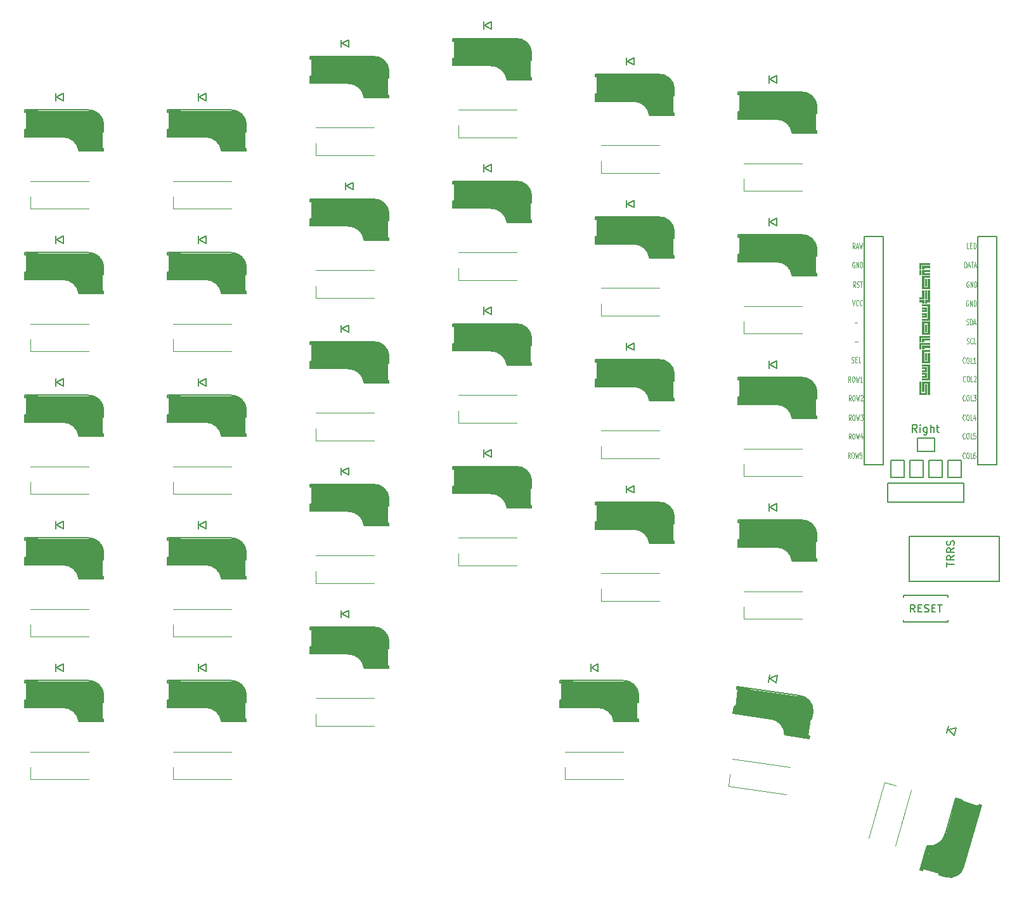
<source format=gto>
G04 #@! TF.GenerationSoftware,KiCad,Pcbnew,5.1.10-88a1d61d58~88~ubuntu18.04.1*
G04 #@! TF.CreationDate,2021-07-03T13:59:34+09:00*
G04 #@! TF.ProjectId,swallowtail,7377616c-6c6f-4777-9461-696c2e6b6963,rev?*
G04 #@! TF.SameCoordinates,Original*
G04 #@! TF.FileFunction,Legend,Top*
G04 #@! TF.FilePolarity,Positive*
%FSLAX46Y46*%
G04 Gerber Fmt 4.6, Leading zero omitted, Abs format (unit mm)*
G04 Created by KiCad (PCBNEW 5.1.10-88a1d61d58~88~ubuntu18.04.1) date 2021-07-03 13:59:34*
%MOMM*%
%LPD*%
G01*
G04 APERTURE LIST*
%ADD10C,0.150000*%
%ADD11C,0.010000*%
%ADD12C,0.120000*%
%ADD13C,0.400000*%
%ADD14C,0.500000*%
%ADD15C,3.500000*%
%ADD16C,1.000000*%
%ADD17C,3.000000*%
%ADD18C,0.800000*%
%ADD19C,0.300000*%
%ADD20C,0.125000*%
G04 APERTURE END LIST*
D10*
X160952012Y-103109670D02*
X160618679Y-102633480D01*
X160380583Y-103109670D02*
X160380583Y-102109670D01*
X160761536Y-102109670D01*
X160856774Y-102157290D01*
X160904393Y-102204909D01*
X160952012Y-102300147D01*
X160952012Y-102443004D01*
X160904393Y-102538242D01*
X160856774Y-102585861D01*
X160761536Y-102633480D01*
X160380583Y-102633480D01*
X161380583Y-103109670D02*
X161380583Y-102443004D01*
X161380583Y-102109670D02*
X161332964Y-102157290D01*
X161380583Y-102204909D01*
X161428202Y-102157290D01*
X161380583Y-102109670D01*
X161380583Y-102204909D01*
X162285345Y-102443004D02*
X162285345Y-103252528D01*
X162237726Y-103347766D01*
X162190107Y-103395385D01*
X162094869Y-103443004D01*
X161952012Y-103443004D01*
X161856774Y-103395385D01*
X162285345Y-103062051D02*
X162190107Y-103109670D01*
X161999631Y-103109670D01*
X161904393Y-103062051D01*
X161856774Y-103014432D01*
X161809155Y-102919194D01*
X161809155Y-102633480D01*
X161856774Y-102538242D01*
X161904393Y-102490623D01*
X161999631Y-102443004D01*
X162190107Y-102443004D01*
X162285345Y-102490623D01*
X162761536Y-103109670D02*
X162761536Y-102109670D01*
X163190107Y-103109670D02*
X163190107Y-102585861D01*
X163142488Y-102490623D01*
X163047250Y-102443004D01*
X162904393Y-102443004D01*
X162809155Y-102490623D01*
X162761536Y-102538242D01*
X163523440Y-102443004D02*
X163904393Y-102443004D01*
X163666298Y-102109670D02*
X163666298Y-102966813D01*
X163713917Y-103062051D01*
X163809155Y-103109670D01*
X163904393Y-103109670D01*
D11*
G04 #@! TO.C,G\u002A\u002A\u002A*
G36*
X162592430Y-96345750D02*
G01*
X162592430Y-98060250D01*
X162401930Y-98060250D01*
X162401930Y-96536250D01*
X161830430Y-96536250D01*
X161830430Y-97679250D01*
X161639930Y-97679250D01*
X161639930Y-96345750D01*
X162592430Y-96345750D01*
G37*
X162592430Y-96345750D02*
X162592430Y-98060250D01*
X162401930Y-98060250D01*
X162401930Y-96536250D01*
X161830430Y-96536250D01*
X161830430Y-97679250D01*
X161639930Y-97679250D01*
X161639930Y-96345750D01*
X162592430Y-96345750D01*
G36*
X162401930Y-95964750D02*
G01*
X162401930Y-94250250D01*
X161639930Y-94250250D01*
X161639930Y-94059750D01*
X162592430Y-94059750D01*
X162592430Y-96155250D01*
X161639930Y-96155250D01*
X161639930Y-95964750D01*
X162401930Y-95964750D01*
G37*
X162401930Y-95964750D02*
X162401930Y-94250250D01*
X161639930Y-94250250D01*
X161639930Y-94059750D01*
X162592430Y-94059750D01*
X162592430Y-96155250D01*
X161639930Y-96155250D01*
X161639930Y-95964750D01*
X162401930Y-95964750D01*
G36*
X162592430Y-92154750D02*
G01*
X162592430Y-92345250D01*
X161830430Y-92345250D01*
X161830430Y-93678750D01*
X162401930Y-93678750D01*
X162401930Y-92535750D01*
X162592430Y-92535750D01*
X162592430Y-93869250D01*
X161639930Y-93869250D01*
X161639930Y-92154750D01*
X162592430Y-92154750D01*
G37*
X162592430Y-92154750D02*
X162592430Y-92345250D01*
X161830430Y-92345250D01*
X161830430Y-93678750D01*
X162401930Y-93678750D01*
X162401930Y-92535750D01*
X162592430Y-92535750D01*
X162592430Y-93869250D01*
X161639930Y-93869250D01*
X161639930Y-92154750D01*
X162592430Y-92154750D01*
G36*
X162592430Y-91583250D02*
G01*
X162592430Y-91773750D01*
X161830430Y-91773750D01*
X161830430Y-91869000D01*
X161822562Y-91936466D01*
X161785452Y-91961332D01*
X161735180Y-91964250D01*
X161639930Y-91964250D01*
X161639930Y-91583250D01*
X162592430Y-91583250D01*
G37*
X162592430Y-91583250D02*
X162592430Y-91773750D01*
X161830430Y-91773750D01*
X161830430Y-91869000D01*
X161822562Y-91936466D01*
X161785452Y-91961332D01*
X161735180Y-91964250D01*
X161639930Y-91964250D01*
X161639930Y-91583250D01*
X162592430Y-91583250D01*
G36*
X162592430Y-91202250D02*
G01*
X162592430Y-91392750D01*
X161449430Y-91392750D01*
X161449430Y-91964250D01*
X161258930Y-91964250D01*
X161258930Y-91202250D01*
X162592430Y-91202250D01*
G37*
X162592430Y-91202250D02*
X162592430Y-91392750D01*
X161449430Y-91392750D01*
X161449430Y-91964250D01*
X161258930Y-91964250D01*
X161258930Y-91202250D01*
X162592430Y-91202250D01*
G36*
X162592430Y-90630750D02*
G01*
X162592430Y-90821250D01*
X161830430Y-90821250D01*
X161830430Y-90916500D01*
X161822562Y-90983966D01*
X161785452Y-91008832D01*
X161735180Y-91011750D01*
X161639930Y-91011750D01*
X161639930Y-90630750D01*
X162592430Y-90630750D01*
G37*
X162592430Y-90630750D02*
X162592430Y-90821250D01*
X161830430Y-90821250D01*
X161830430Y-90916500D01*
X161822562Y-90983966D01*
X161785452Y-91008832D01*
X161735180Y-91011750D01*
X161639930Y-91011750D01*
X161639930Y-90630750D01*
X162592430Y-90630750D01*
G36*
X162592430Y-90249750D02*
G01*
X162592430Y-90440250D01*
X161449430Y-90440250D01*
X161449430Y-91011750D01*
X161258930Y-91011750D01*
X161258930Y-90249750D01*
X162592430Y-90249750D01*
G37*
X162592430Y-90249750D02*
X162592430Y-90440250D01*
X161449430Y-90440250D01*
X161449430Y-91011750D01*
X161258930Y-91011750D01*
X161258930Y-90249750D01*
X162592430Y-90249750D01*
G36*
X162592430Y-88344750D02*
G01*
X162592430Y-90059250D01*
X161830430Y-90059250D01*
X161830430Y-89868750D01*
X162401930Y-89868750D01*
X162401930Y-88535250D01*
X161830430Y-88535250D01*
X161830430Y-89868750D01*
X161830430Y-90059250D01*
X161639930Y-90059250D01*
X161639930Y-88344750D01*
X162592430Y-88344750D01*
G37*
X162592430Y-88344750D02*
X162592430Y-90059250D01*
X161830430Y-90059250D01*
X161830430Y-89868750D01*
X162401930Y-89868750D01*
X162401930Y-88535250D01*
X161830430Y-88535250D01*
X161830430Y-89868750D01*
X161830430Y-90059250D01*
X161639930Y-90059250D01*
X161639930Y-88344750D01*
X162592430Y-88344750D01*
G36*
X162401930Y-87963750D02*
G01*
X162401930Y-86249250D01*
X161639930Y-86249250D01*
X161639930Y-86058750D01*
X162592430Y-86058750D01*
X162592430Y-88154250D01*
X161639930Y-88154250D01*
X161639930Y-87963750D01*
X162401930Y-87963750D01*
G37*
X162401930Y-87963750D02*
X162401930Y-86249250D01*
X161639930Y-86249250D01*
X161639930Y-86058750D01*
X162592430Y-86058750D01*
X162592430Y-88154250D01*
X161639930Y-88154250D01*
X161639930Y-87963750D01*
X162401930Y-87963750D01*
G36*
X162401930Y-85487250D02*
G01*
X162401930Y-84153750D01*
X162592430Y-84153750D01*
X162592430Y-85677750D01*
X162211430Y-85677750D01*
X162211430Y-85773000D01*
X162203562Y-85840466D01*
X162166452Y-85865332D01*
X162116180Y-85868250D01*
X162020930Y-85868250D01*
X162020930Y-85487250D01*
X162401930Y-85487250D01*
G37*
X162401930Y-85487250D02*
X162401930Y-84153750D01*
X162592430Y-84153750D01*
X162592430Y-85677750D01*
X162211430Y-85677750D01*
X162211430Y-85773000D01*
X162203562Y-85840466D01*
X162166452Y-85865332D01*
X162116180Y-85868250D01*
X162020930Y-85868250D01*
X162020930Y-85487250D01*
X162401930Y-85487250D01*
G36*
X162592430Y-82248750D02*
G01*
X162592430Y-82439250D01*
X161830430Y-82439250D01*
X161830430Y-83772750D01*
X162401930Y-83772750D01*
X162401930Y-82629750D01*
X162592430Y-82629750D01*
X162592430Y-83963250D01*
X161639930Y-83963250D01*
X161639930Y-82248750D01*
X162592430Y-82248750D01*
G37*
X162592430Y-82248750D02*
X162592430Y-82439250D01*
X161830430Y-82439250D01*
X161830430Y-83772750D01*
X162401930Y-83772750D01*
X162401930Y-82629750D01*
X162592430Y-82629750D01*
X162592430Y-83963250D01*
X161639930Y-83963250D01*
X161639930Y-82248750D01*
X162592430Y-82248750D01*
G36*
X162592430Y-81486750D02*
G01*
X162592430Y-81677250D01*
X161830430Y-81677250D01*
X161830430Y-81867750D01*
X162592430Y-81867750D01*
X162592430Y-82058250D01*
X161639930Y-82058250D01*
X161639930Y-81486750D01*
X162592430Y-81486750D01*
G37*
X162592430Y-81486750D02*
X162592430Y-81677250D01*
X161830430Y-81677250D01*
X161830430Y-81867750D01*
X162592430Y-81867750D01*
X162592430Y-82058250D01*
X161639930Y-82058250D01*
X161639930Y-81486750D01*
X162592430Y-81486750D01*
G36*
X162592430Y-80915250D02*
G01*
X162592430Y-81105750D01*
X161830430Y-81105750D01*
X161830430Y-81201000D01*
X161822562Y-81268466D01*
X161785452Y-81293332D01*
X161735180Y-81296250D01*
X161639930Y-81296250D01*
X161639930Y-80915250D01*
X162592430Y-80915250D01*
G37*
X162592430Y-80915250D02*
X162592430Y-81105750D01*
X161830430Y-81105750D01*
X161830430Y-81201000D01*
X161822562Y-81268466D01*
X161785452Y-81293332D01*
X161735180Y-81296250D01*
X161639930Y-81296250D01*
X161639930Y-80915250D01*
X162592430Y-80915250D01*
G36*
X162592430Y-80534250D02*
G01*
X162592430Y-80724750D01*
X161449430Y-80724750D01*
X161449430Y-81296250D01*
X161258930Y-81296250D01*
X161258930Y-80534250D01*
X162592430Y-80534250D01*
G37*
X162592430Y-80534250D02*
X162592430Y-80724750D01*
X161449430Y-80724750D01*
X161449430Y-81296250D01*
X161258930Y-81296250D01*
X161258930Y-80534250D01*
X162592430Y-80534250D01*
G36*
X161449430Y-96345750D02*
G01*
X161449430Y-97869750D01*
X162020930Y-97869750D01*
X162020930Y-96726750D01*
X162211430Y-96726750D01*
X162211430Y-98060250D01*
X161258930Y-98060250D01*
X161258930Y-96345750D01*
X161449430Y-96345750D01*
G37*
X161449430Y-96345750D02*
X161449430Y-97869750D01*
X162020930Y-97869750D01*
X162020930Y-96726750D01*
X162211430Y-96726750D01*
X162211430Y-98060250D01*
X161258930Y-98060250D01*
X161258930Y-96345750D01*
X161449430Y-96345750D01*
G36*
X162020930Y-95583750D02*
G01*
X162020930Y-95393250D01*
X161639930Y-95393250D01*
X161639930Y-95202750D01*
X162211430Y-95202750D01*
X162211430Y-95774250D01*
X161639930Y-95774250D01*
X161639930Y-95583750D01*
X162020930Y-95583750D01*
G37*
X162020930Y-95583750D02*
X162020930Y-95393250D01*
X161639930Y-95393250D01*
X161639930Y-95202750D01*
X162211430Y-95202750D01*
X162211430Y-95774250D01*
X161639930Y-95774250D01*
X161639930Y-95583750D01*
X162020930Y-95583750D01*
G36*
X162020930Y-94821750D02*
G01*
X162020930Y-94631250D01*
X161639930Y-94631250D01*
X161639930Y-94440750D01*
X162211430Y-94440750D01*
X162211430Y-95012250D01*
X161639930Y-95012250D01*
X161639930Y-94821750D01*
X162020930Y-94821750D01*
G37*
X162020930Y-94821750D02*
X162020930Y-94631250D01*
X161639930Y-94631250D01*
X161639930Y-94440750D01*
X162211430Y-94440750D01*
X162211430Y-95012250D01*
X161639930Y-95012250D01*
X161639930Y-94821750D01*
X162020930Y-94821750D01*
G36*
X162211430Y-92535750D02*
G01*
X162211430Y-93488250D01*
X162020930Y-93488250D01*
X162020930Y-92535750D01*
X162211430Y-92535750D01*
G37*
X162211430Y-92535750D02*
X162211430Y-93488250D01*
X162020930Y-93488250D01*
X162020930Y-92535750D01*
X162211430Y-92535750D01*
G36*
X162020930Y-87582750D02*
G01*
X162020930Y-87392250D01*
X161639930Y-87392250D01*
X161639930Y-87201750D01*
X162211430Y-87201750D01*
X162211430Y-87773250D01*
X161639930Y-87773250D01*
X161639930Y-87582750D01*
X162020930Y-87582750D01*
G37*
X162020930Y-87582750D02*
X162020930Y-87392250D01*
X161639930Y-87392250D01*
X161639930Y-87201750D01*
X162211430Y-87201750D01*
X162211430Y-87773250D01*
X161639930Y-87773250D01*
X161639930Y-87582750D01*
X162020930Y-87582750D01*
G36*
X162020930Y-86820750D02*
G01*
X162020930Y-86630250D01*
X161639930Y-86630250D01*
X161639930Y-86439750D01*
X162211430Y-86439750D01*
X162211430Y-87011250D01*
X161639930Y-87011250D01*
X161639930Y-86820750D01*
X162020930Y-86820750D01*
G37*
X162020930Y-86820750D02*
X162020930Y-86630250D01*
X161639930Y-86630250D01*
X161639930Y-86439750D01*
X162211430Y-86439750D01*
X162211430Y-87011250D01*
X161639930Y-87011250D01*
X161639930Y-86820750D01*
X162020930Y-86820750D01*
G36*
X162211430Y-84153750D02*
G01*
X162211430Y-85296750D01*
X162020930Y-85296750D01*
X162020930Y-84153750D01*
X162211430Y-84153750D01*
G37*
X162211430Y-84153750D02*
X162211430Y-85296750D01*
X162020930Y-85296750D01*
X162020930Y-84153750D01*
X162211430Y-84153750D01*
G36*
X162211430Y-82629750D02*
G01*
X162211430Y-83582250D01*
X162020930Y-83582250D01*
X162020930Y-82629750D01*
X162211430Y-82629750D01*
G37*
X162211430Y-82629750D02*
X162211430Y-83582250D01*
X162020930Y-83582250D01*
X162020930Y-82629750D01*
X162211430Y-82629750D01*
G36*
X161830430Y-85487250D02*
G01*
X161830430Y-85868250D01*
X161735180Y-85868250D01*
X161667714Y-85860383D01*
X161642848Y-85823273D01*
X161639930Y-85773000D01*
X161639930Y-85677750D01*
X161258930Y-85677750D01*
X161258930Y-85487250D01*
X161830430Y-85487250D01*
G37*
X161830430Y-85487250D02*
X161830430Y-85868250D01*
X161735180Y-85868250D01*
X161667714Y-85860383D01*
X161642848Y-85823273D01*
X161639930Y-85773000D01*
X161639930Y-85677750D01*
X161258930Y-85677750D01*
X161258930Y-85487250D01*
X161830430Y-85487250D01*
G36*
X161639930Y-85106250D02*
G01*
X161639930Y-84153750D01*
X161830430Y-84153750D01*
X161830430Y-85296750D01*
X161258930Y-85296750D01*
X161258930Y-85106250D01*
X161639930Y-85106250D01*
G37*
X161639930Y-85106250D02*
X161639930Y-84153750D01*
X161830430Y-84153750D01*
X161830430Y-85296750D01*
X161258930Y-85296750D01*
X161258930Y-85106250D01*
X161639930Y-85106250D01*
G36*
X161449430Y-81486750D02*
G01*
X161449430Y-82058250D01*
X161258930Y-82058250D01*
X161258930Y-81486750D01*
X161449430Y-81486750D01*
G37*
X161449430Y-81486750D02*
X161449430Y-82058250D01*
X161258930Y-82058250D01*
X161258930Y-81486750D01*
X161449430Y-81486750D01*
G36*
X162211430Y-88725750D02*
G01*
X162211430Y-89678250D01*
X162020930Y-89678250D01*
X162020930Y-88725750D01*
X162211430Y-88725750D01*
G37*
X162211430Y-88725750D02*
X162211430Y-89678250D01*
X162020930Y-89678250D01*
X162020930Y-88725750D01*
X162211430Y-88725750D01*
D12*
G04 #@! TO.C,LED1*
X137784970Y-69306540D02*
X137784970Y-70906540D01*
X145584970Y-67206540D02*
X137784970Y-67206540D01*
X137784970Y-70906540D02*
X145584970Y-70906540D01*
G04 #@! TO.C,LED2*
X118734890Y-66925280D02*
X118734890Y-68525280D01*
X126534890Y-64825280D02*
X118734890Y-64825280D01*
X118734890Y-68525280D02*
X126534890Y-68525280D01*
G04 #@! TO.C,LED3*
X99684810Y-62162760D02*
X99684810Y-63762760D01*
X107484810Y-60062760D02*
X99684810Y-60062760D01*
X99684810Y-63762760D02*
X107484810Y-63762760D01*
G04 #@! TO.C,LED4*
X80634730Y-64544020D02*
X80634730Y-66144020D01*
X88434730Y-62444020D02*
X80634730Y-62444020D01*
X80634730Y-66144020D02*
X88434730Y-66144020D01*
G04 #@! TO.C,LED5*
X61584650Y-71687800D02*
X61584650Y-73287800D01*
X69384650Y-69587800D02*
X61584650Y-69587800D01*
X61584650Y-73287800D02*
X69384650Y-73287800D01*
G04 #@! TO.C,LED6*
X42534570Y-71687800D02*
X42534570Y-73287800D01*
X50334570Y-69587800D02*
X42534570Y-69587800D01*
X42534570Y-73287800D02*
X50334570Y-73287800D01*
G04 #@! TO.C,LED7*
X42534570Y-90737880D02*
X42534570Y-92337880D01*
X50334570Y-88637880D02*
X42534570Y-88637880D01*
X42534570Y-92337880D02*
X50334570Y-92337880D01*
G04 #@! TO.C,LED8*
X61584650Y-90737880D02*
X61584650Y-92337880D01*
X69384650Y-88637880D02*
X61584650Y-88637880D01*
X61584650Y-92337880D02*
X69384650Y-92337880D01*
G04 #@! TO.C,LED9*
X80634730Y-83594100D02*
X80634730Y-85194100D01*
X88434730Y-81494100D02*
X80634730Y-81494100D01*
X80634730Y-85194100D02*
X88434730Y-85194100D01*
G04 #@! TO.C,LED10*
X99684810Y-81212840D02*
X99684810Y-82812840D01*
X107484810Y-79112840D02*
X99684810Y-79112840D01*
X99684810Y-82812840D02*
X107484810Y-82812840D01*
G04 #@! TO.C,LED11*
X118734890Y-85975360D02*
X118734890Y-87575360D01*
X126534890Y-83875360D02*
X118734890Y-83875360D01*
X118734890Y-87575360D02*
X126534890Y-87575360D01*
G04 #@! TO.C,LED12*
X137784970Y-88356620D02*
X137784970Y-89956620D01*
X145584970Y-86256620D02*
X137784970Y-86256620D01*
X137784970Y-89956620D02*
X145584970Y-89956620D01*
G04 #@! TO.C,LED13*
X137784970Y-107406700D02*
X137784970Y-109006700D01*
X145584970Y-105306700D02*
X137784970Y-105306700D01*
X137784970Y-109006700D02*
X145584970Y-109006700D01*
G04 #@! TO.C,LED14*
X118734890Y-105025440D02*
X118734890Y-106625440D01*
X126534890Y-102925440D02*
X118734890Y-102925440D01*
X118734890Y-106625440D02*
X126534890Y-106625440D01*
G04 #@! TO.C,LED15*
X99684810Y-100262920D02*
X99684810Y-101862920D01*
X107484810Y-98162920D02*
X99684810Y-98162920D01*
X99684810Y-101862920D02*
X107484810Y-101862920D01*
G04 #@! TO.C,LED16*
X80634730Y-102644180D02*
X80634730Y-104244180D01*
X88434730Y-100544180D02*
X80634730Y-100544180D01*
X80634730Y-104244180D02*
X88434730Y-104244180D01*
G04 #@! TO.C,LED17*
X61584650Y-109787960D02*
X61584650Y-111387960D01*
X69384650Y-107687960D02*
X61584650Y-107687960D01*
X61584650Y-111387960D02*
X69384650Y-111387960D01*
G04 #@! TO.C,LED18*
X42534570Y-109787960D02*
X42534570Y-111387960D01*
X50334570Y-107687960D02*
X42534570Y-107687960D01*
X42534570Y-111387960D02*
X50334570Y-111387960D01*
G04 #@! TO.C,LED19*
X42534570Y-128838040D02*
X42534570Y-130438040D01*
X50334570Y-126738040D02*
X42534570Y-126738040D01*
X42534570Y-130438040D02*
X50334570Y-130438040D01*
G04 #@! TO.C,LED20*
X61584650Y-128838040D02*
X61584650Y-130438040D01*
X69384650Y-126738040D02*
X61584650Y-126738040D01*
X61584650Y-130438040D02*
X69384650Y-130438040D01*
G04 #@! TO.C,LED21*
X80634730Y-121694260D02*
X80634730Y-123294260D01*
X88434730Y-119594260D02*
X80634730Y-119594260D01*
X80634730Y-123294260D02*
X88434730Y-123294260D01*
G04 #@! TO.C,LED22*
X99684810Y-119313000D02*
X99684810Y-120913000D01*
X107484810Y-117213000D02*
X99684810Y-117213000D01*
X99684810Y-120913000D02*
X107484810Y-120913000D01*
G04 #@! TO.C,LED23*
X118734890Y-124075520D02*
X118734890Y-125675520D01*
X126534890Y-121975520D02*
X118734890Y-121975520D01*
X118734890Y-125675520D02*
X126534890Y-125675520D01*
G04 #@! TO.C,LED24*
X137784970Y-126456780D02*
X137784970Y-128056780D01*
X145584970Y-124356780D02*
X137784970Y-124356780D01*
X137784970Y-128056780D02*
X145584970Y-128056780D01*
G04 #@! TO.C,LED25*
X158159670Y-150307170D02*
X156621652Y-149866150D01*
X158028348Y-158383850D02*
X160178320Y-150886008D01*
X156621652Y-149866150D02*
X154471680Y-157363992D01*
G04 #@! TO.C,LED26*
X135973819Y-148819330D02*
X135751142Y-150403759D01*
X143990174Y-147825317D02*
X136266083Y-146739767D01*
X135751142Y-150403759D02*
X143475233Y-151489309D01*
G04 #@! TO.C,LED27*
X113972370Y-147888120D02*
X113972370Y-149488120D01*
X121772370Y-145788120D02*
X113972370Y-145788120D01*
X113972370Y-149488120D02*
X121772370Y-149488120D01*
G04 #@! TO.C,LED28*
X80634730Y-140744340D02*
X80634730Y-142344340D01*
X88434730Y-138644340D02*
X80634730Y-138644340D01*
X80634730Y-142344340D02*
X88434730Y-142344340D01*
G04 #@! TO.C,LED29*
X61584650Y-147888120D02*
X61584650Y-149488120D01*
X69384650Y-145788120D02*
X61584650Y-145788120D01*
X61584650Y-149488120D02*
X69384650Y-149488120D01*
G04 #@! TO.C,LED30*
X42534570Y-147888120D02*
X42534570Y-149488120D01*
X50334570Y-145788120D02*
X42534570Y-145788120D01*
X42534570Y-149488120D02*
X50334570Y-149488120D01*
D13*
G04 #@! TO.C,SW6*
X137284385Y-60393765D02*
X137284385Y-61093765D01*
X137284385Y-57893765D02*
X138684385Y-57893765D01*
D14*
X147384385Y-62993765D02*
X144684385Y-62993765D01*
D10*
X137084385Y-58043765D02*
X137084385Y-57693765D01*
X137084385Y-57693765D02*
X145484385Y-57693764D01*
X142084385Y-61293765D02*
X137084385Y-61293765D01*
X147584385Y-63193765D02*
X144304385Y-63193765D01*
X147584385Y-59593765D02*
X147584385Y-60593765D01*
X147584385Y-63193765D02*
X147584385Y-62833765D01*
X147384385Y-62833765D02*
X147584385Y-62833765D01*
X147354385Y-60593765D02*
X147354385Y-62833765D01*
X147584385Y-60593765D02*
X147384385Y-60593765D01*
X137284385Y-58043765D02*
X137084385Y-58043765D01*
X137304385Y-60293765D02*
X137304385Y-58043765D01*
X137084385Y-60293765D02*
X137284385Y-60293765D01*
X137084385Y-61293765D02*
X137084385Y-60293765D01*
D15*
X139084385Y-59493765D02*
X145784385Y-59493765D01*
D16*
X137784385Y-58293765D02*
X137784385Y-60793765D01*
D14*
X137384385Y-60993765D02*
X138784385Y-60993765D01*
D17*
X145854385Y-59193765D02*
X145854385Y-61433765D01*
D18*
X146984385Y-62693765D02*
X146984385Y-60893765D01*
D19*
X147484384Y-60493765D02*
X147484385Y-59593766D01*
D16*
X144700703Y-62772294D02*
G75*
G03*
X142484385Y-60893765I-2151318J-291471D01*
G01*
D10*
X147584386Y-59593765D02*
G75*
G03*
X145484385Y-57693764I-2000001J-100000D01*
G01*
X144300703Y-63172294D02*
G75*
G03*
X142084385Y-61293765I-2151318J-291471D01*
G01*
D13*
G04 #@! TO.C,SW29*
X136735981Y-139814108D02*
X136638559Y-140507296D01*
X137083913Y-137338438D02*
X138470289Y-137533280D01*
D14*
X146375838Y-143794453D02*
X143702114Y-143418686D01*
D10*
X136864984Y-137459143D02*
X136913694Y-137112549D01*
X136913694Y-137112549D02*
X145231946Y-138281603D01*
X141364012Y-141373380D02*
X136412671Y-140677515D01*
X146546057Y-144020341D02*
X143297978Y-143563854D01*
X147047080Y-140455376D02*
X146907907Y-141445644D01*
X146546057Y-144020341D02*
X146596159Y-143663845D01*
X146398106Y-143636010D02*
X146596159Y-143663845D01*
X146680145Y-141413635D02*
X146368398Y-143631835D01*
X146907907Y-141445644D02*
X146709853Y-141417810D01*
X137063037Y-137486978D02*
X136864984Y-137459143D01*
X136769703Y-139717865D02*
X137082843Y-137489761D01*
X136551844Y-139687246D02*
X136749898Y-139715081D01*
X136412671Y-140677515D02*
X136551844Y-139687246D01*
D15*
X138643719Y-139173378D02*
X145278515Y-140105838D01*
D16*
X137523378Y-137804131D02*
X137175445Y-140279802D01*
D14*
X136751504Y-140422186D02*
X138137879Y-140617028D01*
D17*
X145389586Y-139818500D02*
X145077838Y-142036700D01*
D18*
X146021483Y-143441704D02*
X146271994Y-141659221D01*
D19*
X146822797Y-141332700D02*
X146948053Y-140441460D01*
D16*
X143749096Y-143201641D02*
G75*
G03*
X141815788Y-141032942I-2170946J10771D01*
G01*
D10*
X147047081Y-140455376D02*
G75*
G03*
X145231946Y-138281603I-1994454J179319D01*
G01*
X143297319Y-143542080D02*
G75*
G03*
X141364012Y-141373380I-2170946J10772D01*
G01*
G04 #@! TO.C,D29*
X141314199Y-135979581D02*
X142275027Y-135609703D01*
X142275027Y-135609703D02*
X142135853Y-136599971D01*
X142135853Y-136599971D02*
X141314199Y-135979581D01*
X141284759Y-135470529D02*
X141145585Y-136460797D01*
G04 #@! TO.C,D23*
X122234385Y-110728140D02*
X123134385Y-110228140D01*
X123134385Y-110228140D02*
X123134385Y-111228140D01*
X123134385Y-111228140D02*
X122234385Y-110728140D01*
X122134385Y-110228140D02*
X122134385Y-111228140D01*
D13*
G04 #@! TO.C,SW19*
X42034385Y-119925025D02*
X42034385Y-120625025D01*
X42034385Y-117425025D02*
X43434385Y-117425025D01*
D14*
X52134385Y-122525025D02*
X49434385Y-122525025D01*
D10*
X41834385Y-117575025D02*
X41834385Y-117225025D01*
X41834385Y-117225025D02*
X50234385Y-117225024D01*
X46834385Y-120825025D02*
X41834385Y-120825025D01*
X52334385Y-122725025D02*
X49054385Y-122725025D01*
X52334385Y-119125025D02*
X52334385Y-120125025D01*
X52334385Y-122725025D02*
X52334385Y-122365025D01*
X52134385Y-122365025D02*
X52334385Y-122365025D01*
X52104385Y-120125025D02*
X52104385Y-122365025D01*
X52334385Y-120125025D02*
X52134385Y-120125025D01*
X42034385Y-117575025D02*
X41834385Y-117575025D01*
X42054385Y-119825025D02*
X42054385Y-117575025D01*
X41834385Y-119825025D02*
X42034385Y-119825025D01*
X41834385Y-120825025D02*
X41834385Y-119825025D01*
D15*
X43834385Y-119025025D02*
X50534385Y-119025025D01*
D16*
X42534385Y-117825025D02*
X42534385Y-120325025D01*
D14*
X42134385Y-120525025D02*
X43534385Y-120525025D01*
D17*
X50604385Y-118725025D02*
X50604385Y-120965025D01*
D18*
X51734385Y-122225025D02*
X51734385Y-120425025D01*
D19*
X52234384Y-120025025D02*
X52234385Y-119125026D01*
D16*
X49450703Y-122303554D02*
G75*
G03*
X47234385Y-120425025I-2151318J-291471D01*
G01*
D10*
X52334386Y-119125025D02*
G75*
G03*
X50234385Y-117225024I-2000001J-100000D01*
G01*
X49050703Y-122703554D02*
G75*
G03*
X46834385Y-120825025I-2151318J-291471D01*
G01*
D13*
G04 #@! TO.C,SW20*
X61084385Y-119925025D02*
X61084385Y-120625025D01*
X61084385Y-117425025D02*
X62484385Y-117425025D01*
D14*
X71184385Y-122525025D02*
X68484385Y-122525025D01*
D10*
X60884385Y-117575025D02*
X60884385Y-117225025D01*
X60884385Y-117225025D02*
X69284385Y-117225024D01*
X65884385Y-120825025D02*
X60884385Y-120825025D01*
X71384385Y-122725025D02*
X68104385Y-122725025D01*
X71384385Y-119125025D02*
X71384385Y-120125025D01*
X71384385Y-122725025D02*
X71384385Y-122365025D01*
X71184385Y-122365025D02*
X71384385Y-122365025D01*
X71154385Y-120125025D02*
X71154385Y-122365025D01*
X71384385Y-120125025D02*
X71184385Y-120125025D01*
X61084385Y-117575025D02*
X60884385Y-117575025D01*
X61104385Y-119825025D02*
X61104385Y-117575025D01*
X60884385Y-119825025D02*
X61084385Y-119825025D01*
X60884385Y-120825025D02*
X60884385Y-119825025D01*
D15*
X62884385Y-119025025D02*
X69584385Y-119025025D01*
D16*
X61584385Y-117825025D02*
X61584385Y-120325025D01*
D14*
X61184385Y-120525025D02*
X62584385Y-120525025D01*
D17*
X69654385Y-118725025D02*
X69654385Y-120965025D01*
D18*
X70784385Y-122225025D02*
X70784385Y-120425025D01*
D19*
X71284384Y-120025025D02*
X71284385Y-119125026D01*
D16*
X68500703Y-122303554D02*
G75*
G03*
X66284385Y-120425025I-2151318J-291471D01*
G01*
D10*
X71384386Y-119125025D02*
G75*
G03*
X69284385Y-117225024I-2000001J-100000D01*
G01*
X68100703Y-122703554D02*
G75*
G03*
X65884385Y-120825025I-2151318J-291471D01*
G01*
D13*
G04 #@! TO.C,SW24*
X137284385Y-117543765D02*
X137284385Y-118243765D01*
X137284385Y-115043765D02*
X138684385Y-115043765D01*
D14*
X147384385Y-120143765D02*
X144684385Y-120143765D01*
D10*
X137084385Y-115193765D02*
X137084385Y-114843765D01*
X137084385Y-114843765D02*
X145484385Y-114843764D01*
X142084385Y-118443765D02*
X137084385Y-118443765D01*
X147584385Y-120343765D02*
X144304385Y-120343765D01*
X147584385Y-116743765D02*
X147584385Y-117743765D01*
X147584385Y-120343765D02*
X147584385Y-119983765D01*
X147384385Y-119983765D02*
X147584385Y-119983765D01*
X147354385Y-117743765D02*
X147354385Y-119983765D01*
X147584385Y-117743765D02*
X147384385Y-117743765D01*
X137284385Y-115193765D02*
X137084385Y-115193765D01*
X137304385Y-117443765D02*
X137304385Y-115193765D01*
X137084385Y-117443765D02*
X137284385Y-117443765D01*
X137084385Y-118443765D02*
X137084385Y-117443765D01*
D15*
X139084385Y-116643765D02*
X145784385Y-116643765D01*
D16*
X137784385Y-115443765D02*
X137784385Y-117943765D01*
D14*
X137384385Y-118143765D02*
X138784385Y-118143765D01*
D17*
X145854385Y-116343765D02*
X145854385Y-118583765D01*
D18*
X146984385Y-119843765D02*
X146984385Y-118043765D01*
D19*
X147484384Y-117643765D02*
X147484385Y-116743766D01*
D16*
X144700703Y-119922294D02*
G75*
G03*
X142484385Y-118043765I-2151318J-291471D01*
G01*
D10*
X147584386Y-116743765D02*
G75*
G03*
X145484385Y-114843764I-2000001J-100000D01*
G01*
X144300703Y-120322294D02*
G75*
G03*
X142084385Y-118443765I-2151318J-291471D01*
G01*
G04 #@! TO.C,D1*
X46034385Y-58340650D02*
X46934385Y-57840650D01*
X46934385Y-57840650D02*
X46934385Y-58840650D01*
X46934385Y-58840650D02*
X46034385Y-58340650D01*
X45934385Y-57840650D02*
X45934385Y-58840650D01*
G04 #@! TO.C,D2*
X65084385Y-58340650D02*
X65984385Y-57840650D01*
X65984385Y-57840650D02*
X65984385Y-58840650D01*
X65984385Y-58840650D02*
X65084385Y-58340650D01*
X64984385Y-57840650D02*
X64984385Y-58840650D01*
G04 #@! TO.C,D3*
X84134385Y-51196890D02*
X85034385Y-50696890D01*
X85034385Y-50696890D02*
X85034385Y-51696890D01*
X85034385Y-51696890D02*
X84134385Y-51196890D01*
X84034385Y-50696890D02*
X84034385Y-51696890D01*
G04 #@! TO.C,D4*
X103184385Y-48815640D02*
X104084385Y-48315640D01*
X104084385Y-48315640D02*
X104084385Y-49315640D01*
X104084385Y-49315640D02*
X103184385Y-48815640D01*
X103084385Y-48315640D02*
X103084385Y-49315640D01*
G04 #@! TO.C,D5*
X122234385Y-53578140D02*
X123134385Y-53078140D01*
X123134385Y-53078140D02*
X123134385Y-54078140D01*
X123134385Y-54078140D02*
X122234385Y-53578140D01*
X122134385Y-53078140D02*
X122134385Y-54078140D01*
G04 #@! TO.C,D6*
X141284385Y-55959390D02*
X142184385Y-55459390D01*
X142184385Y-55459390D02*
X142184385Y-56459390D01*
X142184385Y-56459390D02*
X141284385Y-55959390D01*
X141184385Y-55459390D02*
X141184385Y-56459390D01*
G04 #@! TO.C,D7*
X46034385Y-77390650D02*
X46934385Y-76890650D01*
X46934385Y-76890650D02*
X46934385Y-77890650D01*
X46934385Y-77890650D02*
X46034385Y-77390650D01*
X45934385Y-76890650D02*
X45934385Y-77890650D01*
G04 #@! TO.C,D8*
X65084385Y-77390650D02*
X65984385Y-76890650D01*
X65984385Y-76890650D02*
X65984385Y-77890650D01*
X65984385Y-77890650D02*
X65084385Y-77390650D01*
X64984385Y-76890650D02*
X64984385Y-77890650D01*
G04 #@! TO.C,D9*
X84740635Y-70246890D02*
X85640635Y-69746890D01*
X85640635Y-69746890D02*
X85640635Y-70746890D01*
X85640635Y-70746890D02*
X84740635Y-70246890D01*
X84640635Y-69746890D02*
X84640635Y-70746890D01*
G04 #@! TO.C,D10*
X103184385Y-67865640D02*
X104084385Y-67365640D01*
X104084385Y-67365640D02*
X104084385Y-68365640D01*
X104084385Y-68365640D02*
X103184385Y-67865640D01*
X103084385Y-67365640D02*
X103084385Y-68365640D01*
G04 #@! TO.C,D11*
X122234385Y-72628140D02*
X123134385Y-72128140D01*
X123134385Y-72128140D02*
X123134385Y-73128140D01*
X123134385Y-73128140D02*
X122234385Y-72628140D01*
X122134385Y-72128140D02*
X122134385Y-73128140D01*
G04 #@! TO.C,D12*
X141284385Y-75009390D02*
X142184385Y-74509390D01*
X142184385Y-74509390D02*
X142184385Y-75509390D01*
X142184385Y-75509390D02*
X141284385Y-75009390D01*
X141184385Y-74509390D02*
X141184385Y-75509390D01*
G04 #@! TO.C,D13*
X46034385Y-96440650D02*
X46934385Y-95940650D01*
X46934385Y-95940650D02*
X46934385Y-96940650D01*
X46934385Y-96940650D02*
X46034385Y-96440650D01*
X45934385Y-95940650D02*
X45934385Y-96940650D01*
G04 #@! TO.C,D14*
X65084385Y-96440650D02*
X65984385Y-95940650D01*
X65984385Y-95940650D02*
X65984385Y-96940650D01*
X65984385Y-96940650D02*
X65084385Y-96440650D01*
X64984385Y-95940650D02*
X64984385Y-96940650D01*
G04 #@! TO.C,D15*
X84134385Y-89296890D02*
X85034385Y-88796890D01*
X85034385Y-88796890D02*
X85034385Y-89796890D01*
X85034385Y-89796890D02*
X84134385Y-89296890D01*
X84034385Y-88796890D02*
X84034385Y-89796890D01*
G04 #@! TO.C,D16*
X103184385Y-86915640D02*
X104084385Y-86415640D01*
X104084385Y-86415640D02*
X104084385Y-87415640D01*
X104084385Y-87415640D02*
X103184385Y-86915640D01*
X103084385Y-86415640D02*
X103084385Y-87415640D01*
G04 #@! TO.C,D17*
X122234385Y-91678140D02*
X123134385Y-91178140D01*
X123134385Y-91178140D02*
X123134385Y-92178140D01*
X123134385Y-92178140D02*
X122234385Y-91678140D01*
X122134385Y-91178140D02*
X122134385Y-92178140D01*
G04 #@! TO.C,D18*
X141284385Y-94059390D02*
X142184385Y-93559390D01*
X142184385Y-93559390D02*
X142184385Y-94559390D01*
X142184385Y-94559390D02*
X141284385Y-94059390D01*
X141184385Y-93559390D02*
X141184385Y-94559390D01*
G04 #@! TO.C,D19*
X46034385Y-115490650D02*
X46934385Y-114990650D01*
X46934385Y-114990650D02*
X46934385Y-115990650D01*
X46934385Y-115990650D02*
X46034385Y-115490650D01*
X45934385Y-114990650D02*
X45934385Y-115990650D01*
G04 #@! TO.C,D20*
X65084385Y-115490650D02*
X65984385Y-114990650D01*
X65984385Y-114990650D02*
X65984385Y-115990650D01*
X65984385Y-115990650D02*
X65084385Y-115490650D01*
X64984385Y-114990650D02*
X64984385Y-115990650D01*
G04 #@! TO.C,D21*
X84134385Y-108346890D02*
X85034385Y-107846890D01*
X85034385Y-107846890D02*
X85034385Y-108846890D01*
X85034385Y-108846890D02*
X84134385Y-108346890D01*
X84034385Y-107846890D02*
X84034385Y-108846890D01*
G04 #@! TO.C,D22*
X103184385Y-105965640D02*
X104084385Y-105465640D01*
X104084385Y-105465640D02*
X104084385Y-106465640D01*
X104084385Y-106465640D02*
X103184385Y-105965640D01*
X103084385Y-105465640D02*
X103084385Y-106465640D01*
G04 #@! TO.C,D24*
X141284385Y-113109390D02*
X142184385Y-112609390D01*
X142184385Y-112609390D02*
X142184385Y-113609390D01*
X142184385Y-113609390D02*
X141284385Y-113109390D01*
X141184385Y-112609390D02*
X141184385Y-113609390D01*
G04 #@! TO.C,D25*
X46034385Y-134540650D02*
X46934385Y-134040650D01*
X46934385Y-134040650D02*
X46934385Y-135040650D01*
X46934385Y-135040650D02*
X46034385Y-134540650D01*
X45934385Y-134040650D02*
X45934385Y-135040650D01*
G04 #@! TO.C,D26*
X65084385Y-134540650D02*
X65984385Y-134040650D01*
X65984385Y-134040650D02*
X65984385Y-135040650D01*
X65984385Y-135040650D02*
X65084385Y-134540650D01*
X64984385Y-134040650D02*
X64984385Y-135040650D01*
G04 #@! TO.C,D27*
X84134385Y-127396890D02*
X85034385Y-126896890D01*
X85034385Y-126896890D02*
X85034385Y-127896890D01*
X85034385Y-127896890D02*
X84134385Y-127396890D01*
X84034385Y-126896890D02*
X84034385Y-127896890D01*
G04 #@! TO.C,D28*
X117476385Y-134541640D02*
X118376385Y-134041640D01*
X118376385Y-134041640D02*
X118376385Y-135041640D01*
X118376385Y-135041640D02*
X117476385Y-134541640D01*
X117376385Y-134041640D02*
X117376385Y-135041640D01*
G04 #@! TO.C,D30*
X165159868Y-142856486D02*
X166162823Y-142623929D01*
X166162823Y-142623929D02*
X165887185Y-143585191D01*
X165887185Y-143585191D02*
X165159868Y-142856486D01*
X165201561Y-142348291D02*
X164925923Y-143309553D01*
D13*
G04 #@! TO.C,SW4*
X99184385Y-53250015D02*
X99184385Y-53950015D01*
X99184385Y-50750015D02*
X100584385Y-50750015D01*
D14*
X109284385Y-55850015D02*
X106584385Y-55850015D01*
D10*
X98984385Y-50900015D02*
X98984385Y-50550015D01*
X98984385Y-50550015D02*
X107384385Y-50550014D01*
X103984385Y-54150015D02*
X98984385Y-54150015D01*
X109484385Y-56050015D02*
X106204385Y-56050015D01*
X109484385Y-52450015D02*
X109484385Y-53450015D01*
X109484385Y-56050015D02*
X109484385Y-55690015D01*
X109284385Y-55690015D02*
X109484385Y-55690015D01*
X109254385Y-53450015D02*
X109254385Y-55690015D01*
X109484385Y-53450015D02*
X109284385Y-53450015D01*
X99184385Y-50900015D02*
X98984385Y-50900015D01*
X99204385Y-53150015D02*
X99204385Y-50900015D01*
X98984385Y-53150015D02*
X99184385Y-53150015D01*
X98984385Y-54150015D02*
X98984385Y-53150015D01*
D15*
X100984385Y-52350015D02*
X107684385Y-52350015D01*
D16*
X99684385Y-51150015D02*
X99684385Y-53650015D01*
D14*
X99284385Y-53850015D02*
X100684385Y-53850015D01*
D17*
X107754385Y-52050015D02*
X107754385Y-54290015D01*
D18*
X108884385Y-55550015D02*
X108884385Y-53750015D01*
D19*
X109384384Y-53350015D02*
X109384385Y-52450016D01*
D16*
X106600703Y-55628544D02*
G75*
G03*
X104384385Y-53750015I-2151318J-291471D01*
G01*
D10*
X109484386Y-52450015D02*
G75*
G03*
X107384385Y-50550014I-2000001J-100000D01*
G01*
X106200703Y-56028544D02*
G75*
G03*
X103984385Y-54150015I-2151318J-291471D01*
G01*
D13*
G04 #@! TO.C,SW30*
X166896110Y-152401699D02*
X166223227Y-152208753D01*
X169299264Y-153090793D02*
X168913372Y-154436559D01*
D14*
X161612892Y-161393785D02*
X162357113Y-158798379D01*
D10*
X169210202Y-152857195D02*
X169546644Y-152953668D01*
X169546644Y-152953668D02*
X167231291Y-161028266D01*
X164707915Y-156767682D02*
X166086102Y-151961373D01*
X161365512Y-161530910D02*
X162269603Y-158377972D01*
X164826055Y-162523205D02*
X163864793Y-162247567D01*
X161365512Y-161530910D02*
X161711567Y-161630140D01*
X161766694Y-161437887D02*
X161711567Y-161630140D01*
X163928189Y-162026477D02*
X161774963Y-161409049D01*
X163864793Y-162247567D02*
X163919920Y-162055315D01*
X169155075Y-153049447D02*
X169210202Y-152857195D01*
X166986723Y-152448488D02*
X169149562Y-153068672D01*
X167047364Y-152237011D02*
X166992236Y-152429263D01*
X166086102Y-151961373D02*
X167047364Y-152237011D01*
D15*
X167265098Y-154380044D02*
X165418328Y-160820497D01*
D16*
X168776941Y-153461169D02*
X166373787Y-152772075D01*
D14*
X166291789Y-152332443D02*
X165905897Y-153678209D01*
D17*
X165687412Y-160970477D02*
X163534186Y-160353049D01*
D18*
X162011526Y-161091972D02*
X163741797Y-161588119D01*
D19*
X163988483Y-162179004D02*
X164853617Y-162427078D01*
D16*
X162565507Y-158875110D02*
G75*
G03*
X164982165Y-157262441I312804J2148320D01*
G01*
D10*
X164826054Y-162523205D02*
G75*
G03*
X167231291Y-161028266I455149J1950088D01*
G01*
X162291257Y-158380351D02*
G75*
G03*
X164707915Y-156767682I312804J2148320D01*
G01*
D13*
G04 #@! TO.C,SW25*
X42034385Y-138975025D02*
X42034385Y-139675025D01*
X42034385Y-136475025D02*
X43434385Y-136475025D01*
D14*
X52134385Y-141575025D02*
X49434385Y-141575025D01*
D10*
X41834385Y-136625025D02*
X41834385Y-136275025D01*
X41834385Y-136275025D02*
X50234385Y-136275024D01*
X46834385Y-139875025D02*
X41834385Y-139875025D01*
X52334385Y-141775025D02*
X49054385Y-141775025D01*
X52334385Y-138175025D02*
X52334385Y-139175025D01*
X52334385Y-141775025D02*
X52334385Y-141415025D01*
X52134385Y-141415025D02*
X52334385Y-141415025D01*
X52104385Y-139175025D02*
X52104385Y-141415025D01*
X52334385Y-139175025D02*
X52134385Y-139175025D01*
X42034385Y-136625025D02*
X41834385Y-136625025D01*
X42054385Y-138875025D02*
X42054385Y-136625025D01*
X41834385Y-138875025D02*
X42034385Y-138875025D01*
X41834385Y-139875025D02*
X41834385Y-138875025D01*
D15*
X43834385Y-138075025D02*
X50534385Y-138075025D01*
D16*
X42534385Y-136875025D02*
X42534385Y-139375025D01*
D14*
X42134385Y-139575025D02*
X43534385Y-139575025D01*
D17*
X50604385Y-137775025D02*
X50604385Y-140015025D01*
D18*
X51734385Y-141275025D02*
X51734385Y-139475025D01*
D19*
X52234384Y-139075025D02*
X52234385Y-138175026D01*
D16*
X49450703Y-141353554D02*
G75*
G03*
X47234385Y-139475025I-2151318J-291471D01*
G01*
D10*
X52334386Y-138175025D02*
G75*
G03*
X50234385Y-136275024I-2000001J-100000D01*
G01*
X49050703Y-141753554D02*
G75*
G03*
X46834385Y-139875025I-2151318J-291471D01*
G01*
G04 #@! TO.C,J1*
X159913560Y-117040425D02*
X171913560Y-117040425D01*
X159913560Y-123040425D02*
X159913560Y-117040425D01*
X171913560Y-123040425D02*
X159913560Y-123040425D01*
X171913560Y-117040425D02*
X171913560Y-123040425D01*
G04 #@! TO.C,J2*
X157054560Y-112420425D02*
X157054560Y-109880425D01*
X167214560Y-109880425D02*
X167214560Y-112420425D01*
X157054560Y-109880425D02*
X167214560Y-109880425D01*
X157054560Y-112420425D02*
X167214560Y-112420425D01*
G04 #@! TO.C,JP2*
X163277560Y-103911425D02*
X163277560Y-105689425D01*
X160991560Y-103911425D02*
X163277560Y-103911425D01*
X160991560Y-105689425D02*
X160991560Y-103911425D01*
X163277560Y-105689425D02*
X160991560Y-105689425D01*
G04 #@! TO.C,JP7*
X166833560Y-109118425D02*
X165055560Y-109118425D01*
X166833560Y-106832425D02*
X166833560Y-109118425D01*
X165055560Y-106832425D02*
X166833560Y-106832425D01*
X165055560Y-109118425D02*
X165055560Y-106832425D01*
G04 #@! TO.C,JP8*
X164293560Y-109118425D02*
X162515560Y-109118425D01*
X164293560Y-106832425D02*
X164293560Y-109118425D01*
X162515560Y-106832425D02*
X164293560Y-106832425D01*
X162515560Y-109118425D02*
X162515560Y-106832425D01*
G04 #@! TO.C,JP9*
X161753560Y-109118425D02*
X159975560Y-109118425D01*
X161753560Y-106832425D02*
X161753560Y-109118425D01*
X159975560Y-106832425D02*
X161753560Y-106832425D01*
X159975560Y-109118425D02*
X159975560Y-106832425D01*
G04 #@! TO.C,JP10*
X159213560Y-109118425D02*
X157435560Y-109118425D01*
X159213560Y-106832425D02*
X159213560Y-109118425D01*
X157435560Y-106832425D02*
X159213560Y-106832425D01*
X157435560Y-109118425D02*
X157435560Y-106832425D01*
G04 #@! TO.C,RSW1*
X165116850Y-124942520D02*
X165116850Y-125192520D01*
X159116850Y-124942520D02*
X165116850Y-124942520D01*
X159116850Y-124942520D02*
X159116850Y-125192520D01*
X159116850Y-128442520D02*
X159116850Y-128192520D01*
X165116850Y-128442520D02*
X165116850Y-128192520D01*
X159116850Y-128442520D02*
X165116850Y-128442520D01*
D13*
G04 #@! TO.C,SW1*
X42034385Y-62775025D02*
X42034385Y-63475025D01*
X42034385Y-60275025D02*
X43434385Y-60275025D01*
D14*
X52134385Y-65375025D02*
X49434385Y-65375025D01*
D10*
X41834385Y-60425025D02*
X41834385Y-60075025D01*
X41834385Y-60075025D02*
X50234385Y-60075024D01*
X46834385Y-63675025D02*
X41834385Y-63675025D01*
X52334385Y-65575025D02*
X49054385Y-65575025D01*
X52334385Y-61975025D02*
X52334385Y-62975025D01*
X52334385Y-65575025D02*
X52334385Y-65215025D01*
X52134385Y-65215025D02*
X52334385Y-65215025D01*
X52104385Y-62975025D02*
X52104385Y-65215025D01*
X52334385Y-62975025D02*
X52134385Y-62975025D01*
X42034385Y-60425025D02*
X41834385Y-60425025D01*
X42054385Y-62675025D02*
X42054385Y-60425025D01*
X41834385Y-62675025D02*
X42034385Y-62675025D01*
X41834385Y-63675025D02*
X41834385Y-62675025D01*
D15*
X43834385Y-61875025D02*
X50534385Y-61875025D01*
D16*
X42534385Y-60675025D02*
X42534385Y-63175025D01*
D14*
X42134385Y-63375025D02*
X43534385Y-63375025D01*
D17*
X50604385Y-61575025D02*
X50604385Y-63815025D01*
D18*
X51734385Y-65075025D02*
X51734385Y-63275025D01*
D19*
X52234384Y-62875025D02*
X52234385Y-61975026D01*
D16*
X49450703Y-65153554D02*
G75*
G03*
X47234385Y-63275025I-2151318J-291471D01*
G01*
D10*
X52334386Y-61975025D02*
G75*
G03*
X50234385Y-60075024I-2000001J-100000D01*
G01*
X49050703Y-65553554D02*
G75*
G03*
X46834385Y-63675025I-2151318J-291471D01*
G01*
D13*
G04 #@! TO.C,SW2*
X61084385Y-62775025D02*
X61084385Y-63475025D01*
X61084385Y-60275025D02*
X62484385Y-60275025D01*
D14*
X71184385Y-65375025D02*
X68484385Y-65375025D01*
D10*
X60884385Y-60425025D02*
X60884385Y-60075025D01*
X60884385Y-60075025D02*
X69284385Y-60075024D01*
X65884385Y-63675025D02*
X60884385Y-63675025D01*
X71384385Y-65575025D02*
X68104385Y-65575025D01*
X71384385Y-61975025D02*
X71384385Y-62975025D01*
X71384385Y-65575025D02*
X71384385Y-65215025D01*
X71184385Y-65215025D02*
X71384385Y-65215025D01*
X71154385Y-62975025D02*
X71154385Y-65215025D01*
X71384385Y-62975025D02*
X71184385Y-62975025D01*
X61084385Y-60425025D02*
X60884385Y-60425025D01*
X61104385Y-62675025D02*
X61104385Y-60425025D01*
X60884385Y-62675025D02*
X61084385Y-62675025D01*
X60884385Y-63675025D02*
X60884385Y-62675025D01*
D15*
X62884385Y-61875025D02*
X69584385Y-61875025D01*
D16*
X61584385Y-60675025D02*
X61584385Y-63175025D01*
D14*
X61184385Y-63375025D02*
X62584385Y-63375025D01*
D17*
X69654385Y-61575025D02*
X69654385Y-63815025D01*
D18*
X70784385Y-65075025D02*
X70784385Y-63275025D01*
D19*
X71284384Y-62875025D02*
X71284385Y-61975026D01*
D16*
X68500703Y-65153554D02*
G75*
G03*
X66284385Y-63275025I-2151318J-291471D01*
G01*
D10*
X71384386Y-61975025D02*
G75*
G03*
X69284385Y-60075024I-2000001J-100000D01*
G01*
X68100703Y-65553554D02*
G75*
G03*
X65884385Y-63675025I-2151318J-291471D01*
G01*
D13*
G04 #@! TO.C,SW3*
X80134385Y-55631265D02*
X80134385Y-56331265D01*
X80134385Y-53131265D02*
X81534385Y-53131265D01*
D14*
X90234385Y-58231265D02*
X87534385Y-58231265D01*
D10*
X79934385Y-53281265D02*
X79934385Y-52931265D01*
X79934385Y-52931265D02*
X88334385Y-52931264D01*
X84934385Y-56531265D02*
X79934385Y-56531265D01*
X90434385Y-58431265D02*
X87154385Y-58431265D01*
X90434385Y-54831265D02*
X90434385Y-55831265D01*
X90434385Y-58431265D02*
X90434385Y-58071265D01*
X90234385Y-58071265D02*
X90434385Y-58071265D01*
X90204385Y-55831265D02*
X90204385Y-58071265D01*
X90434385Y-55831265D02*
X90234385Y-55831265D01*
X80134385Y-53281265D02*
X79934385Y-53281265D01*
X80154385Y-55531265D02*
X80154385Y-53281265D01*
X79934385Y-55531265D02*
X80134385Y-55531265D01*
X79934385Y-56531265D02*
X79934385Y-55531265D01*
D15*
X81934385Y-54731265D02*
X88634385Y-54731265D01*
D16*
X80634385Y-53531265D02*
X80634385Y-56031265D01*
D14*
X80234385Y-56231265D02*
X81634385Y-56231265D01*
D17*
X88704385Y-54431265D02*
X88704385Y-56671265D01*
D18*
X89834385Y-57931265D02*
X89834385Y-56131265D01*
D19*
X90334384Y-55731265D02*
X90334385Y-54831266D01*
D16*
X87550703Y-58009794D02*
G75*
G03*
X85334385Y-56131265I-2151318J-291471D01*
G01*
D10*
X90434386Y-54831265D02*
G75*
G03*
X88334385Y-52931264I-2000001J-100000D01*
G01*
X87150703Y-58409794D02*
G75*
G03*
X84934385Y-56531265I-2151318J-291471D01*
G01*
D13*
G04 #@! TO.C,SW5*
X118234385Y-58012515D02*
X118234385Y-58712515D01*
X118234385Y-55512515D02*
X119634385Y-55512515D01*
D14*
X128334385Y-60612515D02*
X125634385Y-60612515D01*
D10*
X118034385Y-55662515D02*
X118034385Y-55312515D01*
X118034385Y-55312515D02*
X126434385Y-55312514D01*
X123034385Y-58912515D02*
X118034385Y-58912515D01*
X128534385Y-60812515D02*
X125254385Y-60812515D01*
X128534385Y-57212515D02*
X128534385Y-58212515D01*
X128534385Y-60812515D02*
X128534385Y-60452515D01*
X128334385Y-60452515D02*
X128534385Y-60452515D01*
X128304385Y-58212515D02*
X128304385Y-60452515D01*
X128534385Y-58212515D02*
X128334385Y-58212515D01*
X118234385Y-55662515D02*
X118034385Y-55662515D01*
X118254385Y-57912515D02*
X118254385Y-55662515D01*
X118034385Y-57912515D02*
X118234385Y-57912515D01*
X118034385Y-58912515D02*
X118034385Y-57912515D01*
D15*
X120034385Y-57112515D02*
X126734385Y-57112515D01*
D16*
X118734385Y-55912515D02*
X118734385Y-58412515D01*
D14*
X118334385Y-58612515D02*
X119734385Y-58612515D01*
D17*
X126804385Y-56812515D02*
X126804385Y-59052515D01*
D18*
X127934385Y-60312515D02*
X127934385Y-58512515D01*
D19*
X128434384Y-58112515D02*
X128434385Y-57212516D01*
D16*
X125650703Y-60391044D02*
G75*
G03*
X123434385Y-58512515I-2151318J-291471D01*
G01*
D10*
X128534386Y-57212515D02*
G75*
G03*
X126434385Y-55312514I-2000001J-100000D01*
G01*
X125250703Y-60791044D02*
G75*
G03*
X123034385Y-58912515I-2151318J-291471D01*
G01*
D13*
G04 #@! TO.C,SW7*
X42034385Y-81825025D02*
X42034385Y-82525025D01*
X42034385Y-79325025D02*
X43434385Y-79325025D01*
D14*
X52134385Y-84425025D02*
X49434385Y-84425025D01*
D10*
X41834385Y-79475025D02*
X41834385Y-79125025D01*
X41834385Y-79125025D02*
X50234385Y-79125024D01*
X46834385Y-82725025D02*
X41834385Y-82725025D01*
X52334385Y-84625025D02*
X49054385Y-84625025D01*
X52334385Y-81025025D02*
X52334385Y-82025025D01*
X52334385Y-84625025D02*
X52334385Y-84265025D01*
X52134385Y-84265025D02*
X52334385Y-84265025D01*
X52104385Y-82025025D02*
X52104385Y-84265025D01*
X52334385Y-82025025D02*
X52134385Y-82025025D01*
X42034385Y-79475025D02*
X41834385Y-79475025D01*
X42054385Y-81725025D02*
X42054385Y-79475025D01*
X41834385Y-81725025D02*
X42034385Y-81725025D01*
X41834385Y-82725025D02*
X41834385Y-81725025D01*
D15*
X43834385Y-80925025D02*
X50534385Y-80925025D01*
D16*
X42534385Y-79725025D02*
X42534385Y-82225025D01*
D14*
X42134385Y-82425025D02*
X43534385Y-82425025D01*
D17*
X50604385Y-80625025D02*
X50604385Y-82865025D01*
D18*
X51734385Y-84125025D02*
X51734385Y-82325025D01*
D19*
X52234384Y-81925025D02*
X52234385Y-81025026D01*
D16*
X49450703Y-84203554D02*
G75*
G03*
X47234385Y-82325025I-2151318J-291471D01*
G01*
D10*
X52334386Y-81025025D02*
G75*
G03*
X50234385Y-79125024I-2000001J-100000D01*
G01*
X49050703Y-84603554D02*
G75*
G03*
X46834385Y-82725025I-2151318J-291471D01*
G01*
D13*
G04 #@! TO.C,SW8*
X61084385Y-81825025D02*
X61084385Y-82525025D01*
X61084385Y-79325025D02*
X62484385Y-79325025D01*
D14*
X71184385Y-84425025D02*
X68484385Y-84425025D01*
D10*
X60884385Y-79475025D02*
X60884385Y-79125025D01*
X60884385Y-79125025D02*
X69284385Y-79125024D01*
X65884385Y-82725025D02*
X60884385Y-82725025D01*
X71384385Y-84625025D02*
X68104385Y-84625025D01*
X71384385Y-81025025D02*
X71384385Y-82025025D01*
X71384385Y-84625025D02*
X71384385Y-84265025D01*
X71184385Y-84265025D02*
X71384385Y-84265025D01*
X71154385Y-82025025D02*
X71154385Y-84265025D01*
X71384385Y-82025025D02*
X71184385Y-82025025D01*
X61084385Y-79475025D02*
X60884385Y-79475025D01*
X61104385Y-81725025D02*
X61104385Y-79475025D01*
X60884385Y-81725025D02*
X61084385Y-81725025D01*
X60884385Y-82725025D02*
X60884385Y-81725025D01*
D15*
X62884385Y-80925025D02*
X69584385Y-80925025D01*
D16*
X61584385Y-79725025D02*
X61584385Y-82225025D01*
D14*
X61184385Y-82425025D02*
X62584385Y-82425025D01*
D17*
X69654385Y-80625025D02*
X69654385Y-82865025D01*
D18*
X70784385Y-84125025D02*
X70784385Y-82325025D01*
D19*
X71284384Y-81925025D02*
X71284385Y-81025026D01*
D16*
X68500703Y-84203554D02*
G75*
G03*
X66284385Y-82325025I-2151318J-291471D01*
G01*
D10*
X71384386Y-81025025D02*
G75*
G03*
X69284385Y-79125024I-2000001J-100000D01*
G01*
X68100703Y-84603554D02*
G75*
G03*
X65884385Y-82725025I-2151318J-291471D01*
G01*
D13*
G04 #@! TO.C,SW9*
X80134385Y-74681265D02*
X80134385Y-75381265D01*
X80134385Y-72181265D02*
X81534385Y-72181265D01*
D14*
X90234385Y-77281265D02*
X87534385Y-77281265D01*
D10*
X79934385Y-72331265D02*
X79934385Y-71981265D01*
X79934385Y-71981265D02*
X88334385Y-71981264D01*
X84934385Y-75581265D02*
X79934385Y-75581265D01*
X90434385Y-77481265D02*
X87154385Y-77481265D01*
X90434385Y-73881265D02*
X90434385Y-74881265D01*
X90434385Y-77481265D02*
X90434385Y-77121265D01*
X90234385Y-77121265D02*
X90434385Y-77121265D01*
X90204385Y-74881265D02*
X90204385Y-77121265D01*
X90434385Y-74881265D02*
X90234385Y-74881265D01*
X80134385Y-72331265D02*
X79934385Y-72331265D01*
X80154385Y-74581265D02*
X80154385Y-72331265D01*
X79934385Y-74581265D02*
X80134385Y-74581265D01*
X79934385Y-75581265D02*
X79934385Y-74581265D01*
D15*
X81934385Y-73781265D02*
X88634385Y-73781265D01*
D16*
X80634385Y-72581265D02*
X80634385Y-75081265D01*
D14*
X80234385Y-75281265D02*
X81634385Y-75281265D01*
D17*
X88704385Y-73481265D02*
X88704385Y-75721265D01*
D18*
X89834385Y-76981265D02*
X89834385Y-75181265D01*
D19*
X90334384Y-74781265D02*
X90334385Y-73881266D01*
D16*
X87550703Y-77059794D02*
G75*
G03*
X85334385Y-75181265I-2151318J-291471D01*
G01*
D10*
X90434386Y-73881265D02*
G75*
G03*
X88334385Y-71981264I-2000001J-100000D01*
G01*
X87150703Y-77459794D02*
G75*
G03*
X84934385Y-75581265I-2151318J-291471D01*
G01*
D13*
G04 #@! TO.C,SW10*
X99184385Y-72300015D02*
X99184385Y-73000015D01*
X99184385Y-69800015D02*
X100584385Y-69800015D01*
D14*
X109284385Y-74900015D02*
X106584385Y-74900015D01*
D10*
X98984385Y-69950015D02*
X98984385Y-69600015D01*
X98984385Y-69600015D02*
X107384385Y-69600014D01*
X103984385Y-73200015D02*
X98984385Y-73200015D01*
X109484385Y-75100015D02*
X106204385Y-75100015D01*
X109484385Y-71500015D02*
X109484385Y-72500015D01*
X109484385Y-75100015D02*
X109484385Y-74740015D01*
X109284385Y-74740015D02*
X109484385Y-74740015D01*
X109254385Y-72500015D02*
X109254385Y-74740015D01*
X109484385Y-72500015D02*
X109284385Y-72500015D01*
X99184385Y-69950015D02*
X98984385Y-69950015D01*
X99204385Y-72200015D02*
X99204385Y-69950015D01*
X98984385Y-72200015D02*
X99184385Y-72200015D01*
X98984385Y-73200015D02*
X98984385Y-72200015D01*
D15*
X100984385Y-71400015D02*
X107684385Y-71400015D01*
D16*
X99684385Y-70200015D02*
X99684385Y-72700015D01*
D14*
X99284385Y-72900015D02*
X100684385Y-72900015D01*
D17*
X107754385Y-71100015D02*
X107754385Y-73340015D01*
D18*
X108884385Y-74600015D02*
X108884385Y-72800015D01*
D19*
X109384384Y-72400015D02*
X109384385Y-71500016D01*
D16*
X106600703Y-74678544D02*
G75*
G03*
X104384385Y-72800015I-2151318J-291471D01*
G01*
D10*
X109484386Y-71500015D02*
G75*
G03*
X107384385Y-69600014I-2000001J-100000D01*
G01*
X106200703Y-75078544D02*
G75*
G03*
X103984385Y-73200015I-2151318J-291471D01*
G01*
D13*
G04 #@! TO.C,SW11*
X118234385Y-77062515D02*
X118234385Y-77762515D01*
X118234385Y-74562515D02*
X119634385Y-74562515D01*
D14*
X128334385Y-79662515D02*
X125634385Y-79662515D01*
D10*
X118034385Y-74712515D02*
X118034385Y-74362515D01*
X118034385Y-74362515D02*
X126434385Y-74362514D01*
X123034385Y-77962515D02*
X118034385Y-77962515D01*
X128534385Y-79862515D02*
X125254385Y-79862515D01*
X128534385Y-76262515D02*
X128534385Y-77262515D01*
X128534385Y-79862515D02*
X128534385Y-79502515D01*
X128334385Y-79502515D02*
X128534385Y-79502515D01*
X128304385Y-77262515D02*
X128304385Y-79502515D01*
X128534385Y-77262515D02*
X128334385Y-77262515D01*
X118234385Y-74712515D02*
X118034385Y-74712515D01*
X118254385Y-76962515D02*
X118254385Y-74712515D01*
X118034385Y-76962515D02*
X118234385Y-76962515D01*
X118034385Y-77962515D02*
X118034385Y-76962515D01*
D15*
X120034385Y-76162515D02*
X126734385Y-76162515D01*
D16*
X118734385Y-74962515D02*
X118734385Y-77462515D01*
D14*
X118334385Y-77662515D02*
X119734385Y-77662515D01*
D17*
X126804385Y-75862515D02*
X126804385Y-78102515D01*
D18*
X127934385Y-79362515D02*
X127934385Y-77562515D01*
D19*
X128434384Y-77162515D02*
X128434385Y-76262516D01*
D16*
X125650703Y-79441044D02*
G75*
G03*
X123434385Y-77562515I-2151318J-291471D01*
G01*
D10*
X128534386Y-76262515D02*
G75*
G03*
X126434385Y-74362514I-2000001J-100000D01*
G01*
X125250703Y-79841044D02*
G75*
G03*
X123034385Y-77962515I-2151318J-291471D01*
G01*
D13*
G04 #@! TO.C,SW12*
X137284385Y-79443765D02*
X137284385Y-80143765D01*
X137284385Y-76943765D02*
X138684385Y-76943765D01*
D14*
X147384385Y-82043765D02*
X144684385Y-82043765D01*
D10*
X137084385Y-77093765D02*
X137084385Y-76743765D01*
X137084385Y-76743765D02*
X145484385Y-76743764D01*
X142084385Y-80343765D02*
X137084385Y-80343765D01*
X147584385Y-82243765D02*
X144304385Y-82243765D01*
X147584385Y-78643765D02*
X147584385Y-79643765D01*
X147584385Y-82243765D02*
X147584385Y-81883765D01*
X147384385Y-81883765D02*
X147584385Y-81883765D01*
X147354385Y-79643765D02*
X147354385Y-81883765D01*
X147584385Y-79643765D02*
X147384385Y-79643765D01*
X137284385Y-77093765D02*
X137084385Y-77093765D01*
X137304385Y-79343765D02*
X137304385Y-77093765D01*
X137084385Y-79343765D02*
X137284385Y-79343765D01*
X137084385Y-80343765D02*
X137084385Y-79343765D01*
D15*
X139084385Y-78543765D02*
X145784385Y-78543765D01*
D16*
X137784385Y-77343765D02*
X137784385Y-79843765D01*
D14*
X137384385Y-80043765D02*
X138784385Y-80043765D01*
D17*
X145854385Y-78243765D02*
X145854385Y-80483765D01*
D18*
X146984385Y-81743765D02*
X146984385Y-79943765D01*
D19*
X147484384Y-79543765D02*
X147484385Y-78643766D01*
D16*
X144700703Y-81822294D02*
G75*
G03*
X142484385Y-79943765I-2151318J-291471D01*
G01*
D10*
X147584386Y-78643765D02*
G75*
G03*
X145484385Y-76743764I-2000001J-100000D01*
G01*
X144300703Y-82222294D02*
G75*
G03*
X142084385Y-80343765I-2151318J-291471D01*
G01*
D13*
G04 #@! TO.C,SW13*
X42034385Y-100875025D02*
X42034385Y-101575025D01*
X42034385Y-98375025D02*
X43434385Y-98375025D01*
D14*
X52134385Y-103475025D02*
X49434385Y-103475025D01*
D10*
X41834385Y-98525025D02*
X41834385Y-98175025D01*
X41834385Y-98175025D02*
X50234385Y-98175024D01*
X46834385Y-101775025D02*
X41834385Y-101775025D01*
X52334385Y-103675025D02*
X49054385Y-103675025D01*
X52334385Y-100075025D02*
X52334385Y-101075025D01*
X52334385Y-103675025D02*
X52334385Y-103315025D01*
X52134385Y-103315025D02*
X52334385Y-103315025D01*
X52104385Y-101075025D02*
X52104385Y-103315025D01*
X52334385Y-101075025D02*
X52134385Y-101075025D01*
X42034385Y-98525025D02*
X41834385Y-98525025D01*
X42054385Y-100775025D02*
X42054385Y-98525025D01*
X41834385Y-100775025D02*
X42034385Y-100775025D01*
X41834385Y-101775025D02*
X41834385Y-100775025D01*
D15*
X43834385Y-99975025D02*
X50534385Y-99975025D01*
D16*
X42534385Y-98775025D02*
X42534385Y-101275025D01*
D14*
X42134385Y-101475025D02*
X43534385Y-101475025D01*
D17*
X50604385Y-99675025D02*
X50604385Y-101915025D01*
D18*
X51734385Y-103175025D02*
X51734385Y-101375025D01*
D19*
X52234384Y-100975025D02*
X52234385Y-100075026D01*
D16*
X49450703Y-103253554D02*
G75*
G03*
X47234385Y-101375025I-2151318J-291471D01*
G01*
D10*
X52334386Y-100075025D02*
G75*
G03*
X50234385Y-98175024I-2000001J-100000D01*
G01*
X49050703Y-103653554D02*
G75*
G03*
X46834385Y-101775025I-2151318J-291471D01*
G01*
D13*
G04 #@! TO.C,SW14*
X61084385Y-100875025D02*
X61084385Y-101575025D01*
X61084385Y-98375025D02*
X62484385Y-98375025D01*
D14*
X71184385Y-103475025D02*
X68484385Y-103475025D01*
D10*
X60884385Y-98525025D02*
X60884385Y-98175025D01*
X60884385Y-98175025D02*
X69284385Y-98175024D01*
X65884385Y-101775025D02*
X60884385Y-101775025D01*
X71384385Y-103675025D02*
X68104385Y-103675025D01*
X71384385Y-100075025D02*
X71384385Y-101075025D01*
X71384385Y-103675025D02*
X71384385Y-103315025D01*
X71184385Y-103315025D02*
X71384385Y-103315025D01*
X71154385Y-101075025D02*
X71154385Y-103315025D01*
X71384385Y-101075025D02*
X71184385Y-101075025D01*
X61084385Y-98525025D02*
X60884385Y-98525025D01*
X61104385Y-100775025D02*
X61104385Y-98525025D01*
X60884385Y-100775025D02*
X61084385Y-100775025D01*
X60884385Y-101775025D02*
X60884385Y-100775025D01*
D15*
X62884385Y-99975025D02*
X69584385Y-99975025D01*
D16*
X61584385Y-98775025D02*
X61584385Y-101275025D01*
D14*
X61184385Y-101475025D02*
X62584385Y-101475025D01*
D17*
X69654385Y-99675025D02*
X69654385Y-101915025D01*
D18*
X70784385Y-103175025D02*
X70784385Y-101375025D01*
D19*
X71284384Y-100975025D02*
X71284385Y-100075026D01*
D16*
X68500703Y-103253554D02*
G75*
G03*
X66284385Y-101375025I-2151318J-291471D01*
G01*
D10*
X71384386Y-100075025D02*
G75*
G03*
X69284385Y-98175024I-2000001J-100000D01*
G01*
X68100703Y-103653554D02*
G75*
G03*
X65884385Y-101775025I-2151318J-291471D01*
G01*
D13*
G04 #@! TO.C,SW15*
X80134385Y-93731265D02*
X80134385Y-94431265D01*
X80134385Y-91231265D02*
X81534385Y-91231265D01*
D14*
X90234385Y-96331265D02*
X87534385Y-96331265D01*
D10*
X79934385Y-91381265D02*
X79934385Y-91031265D01*
X79934385Y-91031265D02*
X88334385Y-91031264D01*
X84934385Y-94631265D02*
X79934385Y-94631265D01*
X90434385Y-96531265D02*
X87154385Y-96531265D01*
X90434385Y-92931265D02*
X90434385Y-93931265D01*
X90434385Y-96531265D02*
X90434385Y-96171265D01*
X90234385Y-96171265D02*
X90434385Y-96171265D01*
X90204385Y-93931265D02*
X90204385Y-96171265D01*
X90434385Y-93931265D02*
X90234385Y-93931265D01*
X80134385Y-91381265D02*
X79934385Y-91381265D01*
X80154385Y-93631265D02*
X80154385Y-91381265D01*
X79934385Y-93631265D02*
X80134385Y-93631265D01*
X79934385Y-94631265D02*
X79934385Y-93631265D01*
D15*
X81934385Y-92831265D02*
X88634385Y-92831265D01*
D16*
X80634385Y-91631265D02*
X80634385Y-94131265D01*
D14*
X80234385Y-94331265D02*
X81634385Y-94331265D01*
D17*
X88704385Y-92531265D02*
X88704385Y-94771265D01*
D18*
X89834385Y-96031265D02*
X89834385Y-94231265D01*
D19*
X90334384Y-93831265D02*
X90334385Y-92931266D01*
D16*
X87550703Y-96109794D02*
G75*
G03*
X85334385Y-94231265I-2151318J-291471D01*
G01*
D10*
X90434386Y-92931265D02*
G75*
G03*
X88334385Y-91031264I-2000001J-100000D01*
G01*
X87150703Y-96509794D02*
G75*
G03*
X84934385Y-94631265I-2151318J-291471D01*
G01*
D13*
G04 #@! TO.C,SW16*
X99184385Y-91350015D02*
X99184385Y-92050015D01*
X99184385Y-88850015D02*
X100584385Y-88850015D01*
D14*
X109284385Y-93950015D02*
X106584385Y-93950015D01*
D10*
X98984385Y-89000015D02*
X98984385Y-88650015D01*
X98984385Y-88650015D02*
X107384385Y-88650014D01*
X103984385Y-92250015D02*
X98984385Y-92250015D01*
X109484385Y-94150015D02*
X106204385Y-94150015D01*
X109484385Y-90550015D02*
X109484385Y-91550015D01*
X109484385Y-94150015D02*
X109484385Y-93790015D01*
X109284385Y-93790015D02*
X109484385Y-93790015D01*
X109254385Y-91550015D02*
X109254385Y-93790015D01*
X109484385Y-91550015D02*
X109284385Y-91550015D01*
X99184385Y-89000015D02*
X98984385Y-89000015D01*
X99204385Y-91250015D02*
X99204385Y-89000015D01*
X98984385Y-91250015D02*
X99184385Y-91250015D01*
X98984385Y-92250015D02*
X98984385Y-91250015D01*
D15*
X100984385Y-90450015D02*
X107684385Y-90450015D01*
D16*
X99684385Y-89250015D02*
X99684385Y-91750015D01*
D14*
X99284385Y-91950015D02*
X100684385Y-91950015D01*
D17*
X107754385Y-90150015D02*
X107754385Y-92390015D01*
D18*
X108884385Y-93650015D02*
X108884385Y-91850015D01*
D19*
X109384384Y-91450015D02*
X109384385Y-90550016D01*
D16*
X106600703Y-93728544D02*
G75*
G03*
X104384385Y-91850015I-2151318J-291471D01*
G01*
D10*
X109484386Y-90550015D02*
G75*
G03*
X107384385Y-88650014I-2000001J-100000D01*
G01*
X106200703Y-94128544D02*
G75*
G03*
X103984385Y-92250015I-2151318J-291471D01*
G01*
D13*
G04 #@! TO.C,SW17*
X118234385Y-96112515D02*
X118234385Y-96812515D01*
X118234385Y-93612515D02*
X119634385Y-93612515D01*
D14*
X128334385Y-98712515D02*
X125634385Y-98712515D01*
D10*
X118034385Y-93762515D02*
X118034385Y-93412515D01*
X118034385Y-93412515D02*
X126434385Y-93412514D01*
X123034385Y-97012515D02*
X118034385Y-97012515D01*
X128534385Y-98912515D02*
X125254385Y-98912515D01*
X128534385Y-95312515D02*
X128534385Y-96312515D01*
X128534385Y-98912515D02*
X128534385Y-98552515D01*
X128334385Y-98552515D02*
X128534385Y-98552515D01*
X128304385Y-96312515D02*
X128304385Y-98552515D01*
X128534385Y-96312515D02*
X128334385Y-96312515D01*
X118234385Y-93762515D02*
X118034385Y-93762515D01*
X118254385Y-96012515D02*
X118254385Y-93762515D01*
X118034385Y-96012515D02*
X118234385Y-96012515D01*
X118034385Y-97012515D02*
X118034385Y-96012515D01*
D15*
X120034385Y-95212515D02*
X126734385Y-95212515D01*
D16*
X118734385Y-94012515D02*
X118734385Y-96512515D01*
D14*
X118334385Y-96712515D02*
X119734385Y-96712515D01*
D17*
X126804385Y-94912515D02*
X126804385Y-97152515D01*
D18*
X127934385Y-98412515D02*
X127934385Y-96612515D01*
D19*
X128434384Y-96212515D02*
X128434385Y-95312516D01*
D16*
X125650703Y-98491044D02*
G75*
G03*
X123434385Y-96612515I-2151318J-291471D01*
G01*
D10*
X128534386Y-95312515D02*
G75*
G03*
X126434385Y-93412514I-2000001J-100000D01*
G01*
X125250703Y-98891044D02*
G75*
G03*
X123034385Y-97012515I-2151318J-291471D01*
G01*
D13*
G04 #@! TO.C,SW18*
X137284385Y-98493765D02*
X137284385Y-99193765D01*
X137284385Y-95993765D02*
X138684385Y-95993765D01*
D14*
X147384385Y-101093765D02*
X144684385Y-101093765D01*
D10*
X137084385Y-96143765D02*
X137084385Y-95793765D01*
X137084385Y-95793765D02*
X145484385Y-95793764D01*
X142084385Y-99393765D02*
X137084385Y-99393765D01*
X147584385Y-101293765D02*
X144304385Y-101293765D01*
X147584385Y-97693765D02*
X147584385Y-98693765D01*
X147584385Y-101293765D02*
X147584385Y-100933765D01*
X147384385Y-100933765D02*
X147584385Y-100933765D01*
X147354385Y-98693765D02*
X147354385Y-100933765D01*
X147584385Y-98693765D02*
X147384385Y-98693765D01*
X137284385Y-96143765D02*
X137084385Y-96143765D01*
X137304385Y-98393765D02*
X137304385Y-96143765D01*
X137084385Y-98393765D02*
X137284385Y-98393765D01*
X137084385Y-99393765D02*
X137084385Y-98393765D01*
D15*
X139084385Y-97593765D02*
X145784385Y-97593765D01*
D16*
X137784385Y-96393765D02*
X137784385Y-98893765D01*
D14*
X137384385Y-99093765D02*
X138784385Y-99093765D01*
D17*
X145854385Y-97293765D02*
X145854385Y-99533765D01*
D18*
X146984385Y-100793765D02*
X146984385Y-98993765D01*
D19*
X147484384Y-98593765D02*
X147484385Y-97693766D01*
D16*
X144700703Y-100872294D02*
G75*
G03*
X142484385Y-98993765I-2151318J-291471D01*
G01*
D10*
X147584386Y-97693765D02*
G75*
G03*
X145484385Y-95793764I-2000001J-100000D01*
G01*
X144300703Y-101272294D02*
G75*
G03*
X142084385Y-99393765I-2151318J-291471D01*
G01*
D13*
G04 #@! TO.C,SW21*
X80134385Y-112781265D02*
X80134385Y-113481265D01*
X80134385Y-110281265D02*
X81534385Y-110281265D01*
D14*
X90234385Y-115381265D02*
X87534385Y-115381265D01*
D10*
X79934385Y-110431265D02*
X79934385Y-110081265D01*
X79934385Y-110081265D02*
X88334385Y-110081264D01*
X84934385Y-113681265D02*
X79934385Y-113681265D01*
X90434385Y-115581265D02*
X87154385Y-115581265D01*
X90434385Y-111981265D02*
X90434385Y-112981265D01*
X90434385Y-115581265D02*
X90434385Y-115221265D01*
X90234385Y-115221265D02*
X90434385Y-115221265D01*
X90204385Y-112981265D02*
X90204385Y-115221265D01*
X90434385Y-112981265D02*
X90234385Y-112981265D01*
X80134385Y-110431265D02*
X79934385Y-110431265D01*
X80154385Y-112681265D02*
X80154385Y-110431265D01*
X79934385Y-112681265D02*
X80134385Y-112681265D01*
X79934385Y-113681265D02*
X79934385Y-112681265D01*
D15*
X81934385Y-111881265D02*
X88634385Y-111881265D01*
D16*
X80634385Y-110681265D02*
X80634385Y-113181265D01*
D14*
X80234385Y-113381265D02*
X81634385Y-113381265D01*
D17*
X88704385Y-111581265D02*
X88704385Y-113821265D01*
D18*
X89834385Y-115081265D02*
X89834385Y-113281265D01*
D19*
X90334384Y-112881265D02*
X90334385Y-111981266D01*
D16*
X87550703Y-115159794D02*
G75*
G03*
X85334385Y-113281265I-2151318J-291471D01*
G01*
D10*
X90434386Y-111981265D02*
G75*
G03*
X88334385Y-110081264I-2000001J-100000D01*
G01*
X87150703Y-115559794D02*
G75*
G03*
X84934385Y-113681265I-2151318J-291471D01*
G01*
D13*
G04 #@! TO.C,SW22*
X99184385Y-110400015D02*
X99184385Y-111100015D01*
X99184385Y-107900015D02*
X100584385Y-107900015D01*
D14*
X109284385Y-113000015D02*
X106584385Y-113000015D01*
D10*
X98984385Y-108050015D02*
X98984385Y-107700015D01*
X98984385Y-107700015D02*
X107384385Y-107700014D01*
X103984385Y-111300015D02*
X98984385Y-111300015D01*
X109484385Y-113200015D02*
X106204385Y-113200015D01*
X109484385Y-109600015D02*
X109484385Y-110600015D01*
X109484385Y-113200015D02*
X109484385Y-112840015D01*
X109284385Y-112840015D02*
X109484385Y-112840015D01*
X109254385Y-110600015D02*
X109254385Y-112840015D01*
X109484385Y-110600015D02*
X109284385Y-110600015D01*
X99184385Y-108050015D02*
X98984385Y-108050015D01*
X99204385Y-110300015D02*
X99204385Y-108050015D01*
X98984385Y-110300015D02*
X99184385Y-110300015D01*
X98984385Y-111300015D02*
X98984385Y-110300015D01*
D15*
X100984385Y-109500015D02*
X107684385Y-109500015D01*
D16*
X99684385Y-108300015D02*
X99684385Y-110800015D01*
D14*
X99284385Y-111000015D02*
X100684385Y-111000015D01*
D17*
X107754385Y-109200015D02*
X107754385Y-111440015D01*
D18*
X108884385Y-112700015D02*
X108884385Y-110900015D01*
D19*
X109384384Y-110500015D02*
X109384385Y-109600016D01*
D16*
X106600703Y-112778544D02*
G75*
G03*
X104384385Y-110900015I-2151318J-291471D01*
G01*
D10*
X109484386Y-109600015D02*
G75*
G03*
X107384385Y-107700014I-2000001J-100000D01*
G01*
X106200703Y-113178544D02*
G75*
G03*
X103984385Y-111300015I-2151318J-291471D01*
G01*
D13*
G04 #@! TO.C,SW23*
X118234385Y-115162515D02*
X118234385Y-115862515D01*
X118234385Y-112662515D02*
X119634385Y-112662515D01*
D14*
X128334385Y-117762515D02*
X125634385Y-117762515D01*
D10*
X118034385Y-112812515D02*
X118034385Y-112462515D01*
X118034385Y-112462515D02*
X126434385Y-112462514D01*
X123034385Y-116062515D02*
X118034385Y-116062515D01*
X128534385Y-117962515D02*
X125254385Y-117962515D01*
X128534385Y-114362515D02*
X128534385Y-115362515D01*
X128534385Y-117962515D02*
X128534385Y-117602515D01*
X128334385Y-117602515D02*
X128534385Y-117602515D01*
X128304385Y-115362515D02*
X128304385Y-117602515D01*
X128534385Y-115362515D02*
X128334385Y-115362515D01*
X118234385Y-112812515D02*
X118034385Y-112812515D01*
X118254385Y-115062515D02*
X118254385Y-112812515D01*
X118034385Y-115062515D02*
X118234385Y-115062515D01*
X118034385Y-116062515D02*
X118034385Y-115062515D01*
D15*
X120034385Y-114262515D02*
X126734385Y-114262515D01*
D16*
X118734385Y-113062515D02*
X118734385Y-115562515D01*
D14*
X118334385Y-115762515D02*
X119734385Y-115762515D01*
D17*
X126804385Y-113962515D02*
X126804385Y-116202515D01*
D18*
X127934385Y-117462515D02*
X127934385Y-115662515D01*
D19*
X128434384Y-115262515D02*
X128434385Y-114362516D01*
D16*
X125650703Y-117541044D02*
G75*
G03*
X123434385Y-115662515I-2151318J-291471D01*
G01*
D10*
X128534386Y-114362515D02*
G75*
G03*
X126434385Y-112462514I-2000001J-100000D01*
G01*
X125250703Y-117941044D02*
G75*
G03*
X123034385Y-116062515I-2151318J-291471D01*
G01*
D13*
G04 #@! TO.C,SW26*
X61084385Y-138975025D02*
X61084385Y-139675025D01*
X61084385Y-136475025D02*
X62484385Y-136475025D01*
D14*
X71184385Y-141575025D02*
X68484385Y-141575025D01*
D10*
X60884385Y-136625025D02*
X60884385Y-136275025D01*
X60884385Y-136275025D02*
X69284385Y-136275024D01*
X65884385Y-139875025D02*
X60884385Y-139875025D01*
X71384385Y-141775025D02*
X68104385Y-141775025D01*
X71384385Y-138175025D02*
X71384385Y-139175025D01*
X71384385Y-141775025D02*
X71384385Y-141415025D01*
X71184385Y-141415025D02*
X71384385Y-141415025D01*
X71154385Y-139175025D02*
X71154385Y-141415025D01*
X71384385Y-139175025D02*
X71184385Y-139175025D01*
X61084385Y-136625025D02*
X60884385Y-136625025D01*
X61104385Y-138875025D02*
X61104385Y-136625025D01*
X60884385Y-138875025D02*
X61084385Y-138875025D01*
X60884385Y-139875025D02*
X60884385Y-138875025D01*
D15*
X62884385Y-138075025D02*
X69584385Y-138075025D01*
D16*
X61584385Y-136875025D02*
X61584385Y-139375025D01*
D14*
X61184385Y-139575025D02*
X62584385Y-139575025D01*
D17*
X69654385Y-137775025D02*
X69654385Y-140015025D01*
D18*
X70784385Y-141275025D02*
X70784385Y-139475025D01*
D19*
X71284384Y-139075025D02*
X71284385Y-138175026D01*
D16*
X68500703Y-141353554D02*
G75*
G03*
X66284385Y-139475025I-2151318J-291471D01*
G01*
D10*
X71384386Y-138175025D02*
G75*
G03*
X69284385Y-136275024I-2000001J-100000D01*
G01*
X68100703Y-141753554D02*
G75*
G03*
X65884385Y-139875025I-2151318J-291471D01*
G01*
D13*
G04 #@! TO.C,SW27*
X80134385Y-131831265D02*
X80134385Y-132531265D01*
X80134385Y-129331265D02*
X81534385Y-129331265D01*
D14*
X90234385Y-134431265D02*
X87534385Y-134431265D01*
D10*
X79934385Y-129481265D02*
X79934385Y-129131265D01*
X79934385Y-129131265D02*
X88334385Y-129131264D01*
X84934385Y-132731265D02*
X79934385Y-132731265D01*
X90434385Y-134631265D02*
X87154385Y-134631265D01*
X90434385Y-131031265D02*
X90434385Y-132031265D01*
X90434385Y-134631265D02*
X90434385Y-134271265D01*
X90234385Y-134271265D02*
X90434385Y-134271265D01*
X90204385Y-132031265D02*
X90204385Y-134271265D01*
X90434385Y-132031265D02*
X90234385Y-132031265D01*
X80134385Y-129481265D02*
X79934385Y-129481265D01*
X80154385Y-131731265D02*
X80154385Y-129481265D01*
X79934385Y-131731265D02*
X80134385Y-131731265D01*
X79934385Y-132731265D02*
X79934385Y-131731265D01*
D15*
X81934385Y-130931265D02*
X88634385Y-130931265D01*
D16*
X80634385Y-129731265D02*
X80634385Y-132231265D01*
D14*
X80234385Y-132431265D02*
X81634385Y-132431265D01*
D17*
X88704385Y-130631265D02*
X88704385Y-132871265D01*
D18*
X89834385Y-134131265D02*
X89834385Y-132331265D01*
D19*
X90334384Y-131931265D02*
X90334385Y-131031266D01*
D16*
X87550703Y-134209794D02*
G75*
G03*
X85334385Y-132331265I-2151318J-291471D01*
G01*
D10*
X90434386Y-131031265D02*
G75*
G03*
X88334385Y-129131264I-2000001J-100000D01*
G01*
X87150703Y-134609794D02*
G75*
G03*
X84934385Y-132731265I-2151318J-291471D01*
G01*
D13*
G04 #@! TO.C,SW28*
X113476385Y-138976015D02*
X113476385Y-139676015D01*
X113476385Y-136476015D02*
X114876385Y-136476015D01*
D14*
X123576385Y-141576015D02*
X120876385Y-141576015D01*
D10*
X113276385Y-136626015D02*
X113276385Y-136276015D01*
X113276385Y-136276015D02*
X121676385Y-136276014D01*
X118276385Y-139876015D02*
X113276385Y-139876015D01*
X123776385Y-141776015D02*
X120496385Y-141776015D01*
X123776385Y-138176015D02*
X123776385Y-139176015D01*
X123776385Y-141776015D02*
X123776385Y-141416015D01*
X123576385Y-141416015D02*
X123776385Y-141416015D01*
X123546385Y-139176015D02*
X123546385Y-141416015D01*
X123776385Y-139176015D02*
X123576385Y-139176015D01*
X113476385Y-136626015D02*
X113276385Y-136626015D01*
X113496385Y-138876015D02*
X113496385Y-136626015D01*
X113276385Y-138876015D02*
X113476385Y-138876015D01*
X113276385Y-139876015D02*
X113276385Y-138876015D01*
D15*
X115276385Y-138076015D02*
X121976385Y-138076015D01*
D16*
X113976385Y-136876015D02*
X113976385Y-139376015D01*
D14*
X113576385Y-139576015D02*
X114976385Y-139576015D01*
D17*
X122046385Y-137776015D02*
X122046385Y-140016015D01*
D18*
X123176385Y-141276015D02*
X123176385Y-139476015D01*
D19*
X123676384Y-139076015D02*
X123676385Y-138176016D01*
D16*
X120892703Y-141354544D02*
G75*
G03*
X118676385Y-139476015I-2151318J-291471D01*
G01*
D10*
X123776386Y-138176015D02*
G75*
G03*
X121676385Y-136276014I-2000001J-100000D01*
G01*
X120492703Y-141754544D02*
G75*
G03*
X118276385Y-139876015I-2151318J-291471D01*
G01*
G04 #@! TO.C,U1*
X153879560Y-76987425D02*
X156419560Y-76987425D01*
X156419560Y-76987425D02*
X156419560Y-107467425D01*
X156419560Y-107467425D02*
X153879560Y-107467425D01*
X153879560Y-107467425D02*
X153879560Y-76987425D01*
X169099560Y-76987425D02*
X171639560Y-76987425D01*
X171639560Y-76987425D02*
X171639560Y-107467425D01*
X171639560Y-107467425D02*
X169099560Y-107467425D01*
X169099560Y-107467425D02*
X169099560Y-76987425D01*
G04 #@! TO.C,J1*
X164915940Y-121052329D02*
X164915940Y-120480901D01*
X165915940Y-120766615D02*
X164915940Y-120766615D01*
X165915940Y-119576139D02*
X165439750Y-119909472D01*
X165915940Y-120147567D02*
X164915940Y-120147567D01*
X164915940Y-119766615D01*
X164963560Y-119671377D01*
X165011179Y-119623758D01*
X165106417Y-119576139D01*
X165249274Y-119576139D01*
X165344512Y-119623758D01*
X165392131Y-119671377D01*
X165439750Y-119766615D01*
X165439750Y-120147567D01*
X165915940Y-118576139D02*
X165439750Y-118909472D01*
X165915940Y-119147567D02*
X164915940Y-119147567D01*
X164915940Y-118766615D01*
X164963560Y-118671377D01*
X165011179Y-118623758D01*
X165106417Y-118576139D01*
X165249274Y-118576139D01*
X165344512Y-118623758D01*
X165392131Y-118671377D01*
X165439750Y-118766615D01*
X165439750Y-119147567D01*
X165868321Y-118195186D02*
X165915940Y-118052329D01*
X165915940Y-117814234D01*
X165868321Y-117718996D01*
X165820702Y-117671377D01*
X165725464Y-117623758D01*
X165630226Y-117623758D01*
X165534988Y-117671377D01*
X165487369Y-117718996D01*
X165439750Y-117814234D01*
X165392131Y-118004710D01*
X165344512Y-118099948D01*
X165296893Y-118147567D01*
X165201655Y-118195186D01*
X165106417Y-118195186D01*
X165011179Y-118147567D01*
X164963560Y-118099948D01*
X164915940Y-118004710D01*
X164915940Y-117766615D01*
X164963560Y-117623758D01*
G04 #@! TO.C,RSW1*
X160664469Y-127144900D02*
X160331135Y-126668710D01*
X160093040Y-127144900D02*
X160093040Y-126144900D01*
X160473992Y-126144900D01*
X160569230Y-126192520D01*
X160616850Y-126240139D01*
X160664469Y-126335377D01*
X160664469Y-126478234D01*
X160616850Y-126573472D01*
X160569230Y-126621091D01*
X160473992Y-126668710D01*
X160093040Y-126668710D01*
X161093040Y-126621091D02*
X161426373Y-126621091D01*
X161569230Y-127144900D02*
X161093040Y-127144900D01*
X161093040Y-126144900D01*
X161569230Y-126144900D01*
X161950183Y-127097281D02*
X162093040Y-127144900D01*
X162331135Y-127144900D01*
X162426373Y-127097281D01*
X162473992Y-127049662D01*
X162521611Y-126954424D01*
X162521611Y-126859186D01*
X162473992Y-126763948D01*
X162426373Y-126716329D01*
X162331135Y-126668710D01*
X162140659Y-126621091D01*
X162045421Y-126573472D01*
X161997802Y-126525853D01*
X161950183Y-126430615D01*
X161950183Y-126335377D01*
X161997802Y-126240139D01*
X162045421Y-126192520D01*
X162140659Y-126144900D01*
X162378754Y-126144900D01*
X162521611Y-126192520D01*
X162950183Y-126621091D02*
X163283516Y-126621091D01*
X163426373Y-127144900D02*
X162950183Y-127144900D01*
X162950183Y-126144900D01*
X163426373Y-126144900D01*
X163712088Y-126144900D02*
X164283516Y-126144900D01*
X163997802Y-127144900D02*
X163997802Y-126144900D01*
G04 #@! TO.C,U1*
D20*
X152652421Y-78596710D02*
X152485755Y-78239567D01*
X152366707Y-78596710D02*
X152366707Y-77846710D01*
X152557183Y-77846710D01*
X152604802Y-77882425D01*
X152628612Y-77918139D01*
X152652421Y-77989567D01*
X152652421Y-78096710D01*
X152628612Y-78168139D01*
X152604802Y-78203853D01*
X152557183Y-78239567D01*
X152366707Y-78239567D01*
X152842898Y-78382425D02*
X153080993Y-78382425D01*
X152795279Y-78596710D02*
X152961945Y-77846710D01*
X153128612Y-78596710D01*
X153247660Y-77846710D02*
X153366707Y-78596710D01*
X153461945Y-78060996D01*
X153557183Y-78596710D01*
X153676231Y-77846710D01*
X167891731Y-78596710D02*
X167653636Y-78596710D01*
X167653636Y-77846710D01*
X168058398Y-78203853D02*
X168225064Y-78203853D01*
X168296493Y-78596710D02*
X168058398Y-78596710D01*
X168058398Y-77846710D01*
X168296493Y-77846710D01*
X168510779Y-78596710D02*
X168510779Y-77846710D01*
X168629826Y-77846710D01*
X168701255Y-77882425D01*
X168748874Y-77953853D01*
X168772683Y-78025282D01*
X168796493Y-78168139D01*
X168796493Y-78275282D01*
X168772683Y-78418139D01*
X168748874Y-78489567D01*
X168701255Y-78560996D01*
X168629826Y-78596710D01*
X168510779Y-78596710D01*
X152616707Y-80422425D02*
X152569088Y-80386710D01*
X152497660Y-80386710D01*
X152426231Y-80422425D01*
X152378612Y-80493853D01*
X152354802Y-80565282D01*
X152330993Y-80708139D01*
X152330993Y-80815282D01*
X152354802Y-80958139D01*
X152378612Y-81029567D01*
X152426231Y-81100996D01*
X152497660Y-81136710D01*
X152545279Y-81136710D01*
X152616707Y-81100996D01*
X152640517Y-81065282D01*
X152640517Y-80815282D01*
X152545279Y-80815282D01*
X152854802Y-81136710D02*
X152854802Y-80386710D01*
X153140517Y-81136710D01*
X153140517Y-80386710D01*
X153378612Y-81136710D02*
X153378612Y-80386710D01*
X153497660Y-80386710D01*
X153569088Y-80422425D01*
X153616707Y-80493853D01*
X153640517Y-80565282D01*
X153664326Y-80708139D01*
X153664326Y-80815282D01*
X153640517Y-80958139D01*
X153616707Y-81029567D01*
X153569088Y-81100996D01*
X153497660Y-81136710D01*
X153378612Y-81136710D01*
X167313160Y-81124710D02*
X167313160Y-80374710D01*
X167432207Y-80374710D01*
X167503636Y-80410425D01*
X167551255Y-80481853D01*
X167575064Y-80553282D01*
X167598874Y-80696139D01*
X167598874Y-80803282D01*
X167575064Y-80946139D01*
X167551255Y-81017567D01*
X167503636Y-81088996D01*
X167432207Y-81124710D01*
X167313160Y-81124710D01*
X167789350Y-80910425D02*
X168027445Y-80910425D01*
X167741731Y-81124710D02*
X167908398Y-80374710D01*
X168075064Y-81124710D01*
X168170302Y-80374710D02*
X168456017Y-80374710D01*
X168313160Y-81124710D02*
X168313160Y-80374710D01*
X168598874Y-80910425D02*
X168836969Y-80910425D01*
X168551255Y-81124710D02*
X168717921Y-80374710D01*
X168884588Y-81124710D01*
X152723850Y-83740210D02*
X152557183Y-83383067D01*
X152438136Y-83740210D02*
X152438136Y-82990210D01*
X152628612Y-82990210D01*
X152676231Y-83025925D01*
X152700040Y-83061639D01*
X152723850Y-83133067D01*
X152723850Y-83240210D01*
X152700040Y-83311639D01*
X152676231Y-83347353D01*
X152628612Y-83383067D01*
X152438136Y-83383067D01*
X152914326Y-83704496D02*
X152985755Y-83740210D01*
X153104802Y-83740210D01*
X153152421Y-83704496D01*
X153176231Y-83668782D01*
X153200040Y-83597353D01*
X153200040Y-83525925D01*
X153176231Y-83454496D01*
X153152421Y-83418782D01*
X153104802Y-83383067D01*
X153009564Y-83347353D01*
X152961945Y-83311639D01*
X152938136Y-83275925D01*
X152914326Y-83204496D01*
X152914326Y-83133067D01*
X152938136Y-83061639D01*
X152961945Y-83025925D01*
X153009564Y-82990210D01*
X153128612Y-82990210D01*
X153200040Y-83025925D01*
X153342898Y-82990210D02*
X153628612Y-82990210D01*
X153485755Y-83740210D02*
X153485755Y-82990210D01*
X167856707Y-83025925D02*
X167809088Y-82990210D01*
X167737660Y-82990210D01*
X167666231Y-83025925D01*
X167618612Y-83097353D01*
X167594802Y-83168782D01*
X167570993Y-83311639D01*
X167570993Y-83418782D01*
X167594802Y-83561639D01*
X167618612Y-83633067D01*
X167666231Y-83704496D01*
X167737660Y-83740210D01*
X167785279Y-83740210D01*
X167856707Y-83704496D01*
X167880517Y-83668782D01*
X167880517Y-83418782D01*
X167785279Y-83418782D01*
X168094802Y-83740210D02*
X168094802Y-82990210D01*
X168380517Y-83740210D01*
X168380517Y-82990210D01*
X168618612Y-83740210D02*
X168618612Y-82990210D01*
X168737660Y-82990210D01*
X168809088Y-83025925D01*
X168856707Y-83097353D01*
X168880517Y-83168782D01*
X168904326Y-83311639D01*
X168904326Y-83418782D01*
X168880517Y-83561639D01*
X168856707Y-83633067D01*
X168809088Y-83704496D01*
X168737660Y-83740210D01*
X168618612Y-83740210D01*
X152330993Y-85466710D02*
X152497660Y-86216710D01*
X152664326Y-85466710D01*
X153116707Y-86145282D02*
X153092898Y-86180996D01*
X153021469Y-86216710D01*
X152973850Y-86216710D01*
X152902421Y-86180996D01*
X152854802Y-86109567D01*
X152830993Y-86038139D01*
X152807183Y-85895282D01*
X152807183Y-85788139D01*
X152830993Y-85645282D01*
X152854802Y-85573853D01*
X152902421Y-85502425D01*
X152973850Y-85466710D01*
X153021469Y-85466710D01*
X153092898Y-85502425D01*
X153116707Y-85538139D01*
X153616707Y-86145282D02*
X153592898Y-86180996D01*
X153521469Y-86216710D01*
X153473850Y-86216710D01*
X153402421Y-86180996D01*
X153354802Y-86109567D01*
X153330993Y-86038139D01*
X153307183Y-85895282D01*
X153307183Y-85788139D01*
X153330993Y-85645282D01*
X153354802Y-85573853D01*
X153402421Y-85502425D01*
X153473850Y-85466710D01*
X153521469Y-85466710D01*
X153592898Y-85502425D01*
X153616707Y-85538139D01*
X167793207Y-85565925D02*
X167745588Y-85530210D01*
X167674160Y-85530210D01*
X167602731Y-85565925D01*
X167555112Y-85637353D01*
X167531302Y-85708782D01*
X167507493Y-85851639D01*
X167507493Y-85958782D01*
X167531302Y-86101639D01*
X167555112Y-86173067D01*
X167602731Y-86244496D01*
X167674160Y-86280210D01*
X167721779Y-86280210D01*
X167793207Y-86244496D01*
X167817017Y-86208782D01*
X167817017Y-85958782D01*
X167721779Y-85958782D01*
X168031302Y-86280210D02*
X168031302Y-85530210D01*
X168317017Y-86280210D01*
X168317017Y-85530210D01*
X168555112Y-86280210D02*
X168555112Y-85530210D01*
X168674160Y-85530210D01*
X168745588Y-85565925D01*
X168793207Y-85637353D01*
X168817017Y-85708782D01*
X168840826Y-85851639D01*
X168840826Y-85958782D01*
X168817017Y-86101639D01*
X168793207Y-86173067D01*
X168745588Y-86244496D01*
X168674160Y-86280210D01*
X168555112Y-86280210D01*
X152082207Y-96424710D02*
X151915540Y-96067567D01*
X151796493Y-96424710D02*
X151796493Y-95674710D01*
X151986969Y-95674710D01*
X152034588Y-95710425D01*
X152058398Y-95746139D01*
X152082207Y-95817567D01*
X152082207Y-95924710D01*
X152058398Y-95996139D01*
X152034588Y-96031853D01*
X151986969Y-96067567D01*
X151796493Y-96067567D01*
X152391731Y-95674710D02*
X152486969Y-95674710D01*
X152534588Y-95710425D01*
X152582207Y-95781853D01*
X152606017Y-95924710D01*
X152606017Y-96174710D01*
X152582207Y-96317567D01*
X152534588Y-96388996D01*
X152486969Y-96424710D01*
X152391731Y-96424710D01*
X152344112Y-96388996D01*
X152296493Y-96317567D01*
X152272683Y-96174710D01*
X152272683Y-95924710D01*
X152296493Y-95781853D01*
X152344112Y-95710425D01*
X152391731Y-95674710D01*
X152772683Y-95674710D02*
X152891731Y-96424710D01*
X152986969Y-95888996D01*
X153082207Y-96424710D01*
X153201255Y-95674710D01*
X153653636Y-96424710D02*
X153367921Y-96424710D01*
X153510779Y-96424710D02*
X153510779Y-95674710D01*
X153463160Y-95781853D01*
X153415540Y-95853282D01*
X153367921Y-95888996D01*
X167365540Y-93803282D02*
X167341731Y-93838996D01*
X167270302Y-93874710D01*
X167222683Y-93874710D01*
X167151255Y-93838996D01*
X167103636Y-93767567D01*
X167079826Y-93696139D01*
X167056017Y-93553282D01*
X167056017Y-93446139D01*
X167079826Y-93303282D01*
X167103636Y-93231853D01*
X167151255Y-93160425D01*
X167222683Y-93124710D01*
X167270302Y-93124710D01*
X167341731Y-93160425D01*
X167365540Y-93196139D01*
X167675064Y-93124710D02*
X167770302Y-93124710D01*
X167817921Y-93160425D01*
X167865540Y-93231853D01*
X167889350Y-93374710D01*
X167889350Y-93624710D01*
X167865540Y-93767567D01*
X167817921Y-93838996D01*
X167770302Y-93874710D01*
X167675064Y-93874710D01*
X167627445Y-93838996D01*
X167579826Y-93767567D01*
X167556017Y-93624710D01*
X167556017Y-93374710D01*
X167579826Y-93231853D01*
X167627445Y-93160425D01*
X167675064Y-93124710D01*
X168341731Y-93874710D02*
X168103636Y-93874710D01*
X168103636Y-93124710D01*
X168770302Y-93874710D02*
X168484588Y-93874710D01*
X168627445Y-93874710D02*
X168627445Y-93124710D01*
X168579826Y-93231853D01*
X168532207Y-93303282D01*
X168484588Y-93338996D01*
X152241731Y-93800996D02*
X152313160Y-93836710D01*
X152432207Y-93836710D01*
X152479826Y-93800996D01*
X152503636Y-93765282D01*
X152527445Y-93693853D01*
X152527445Y-93622425D01*
X152503636Y-93550996D01*
X152479826Y-93515282D01*
X152432207Y-93479567D01*
X152336969Y-93443853D01*
X152289350Y-93408139D01*
X152265540Y-93372425D01*
X152241731Y-93300996D01*
X152241731Y-93229567D01*
X152265540Y-93158139D01*
X152289350Y-93122425D01*
X152336969Y-93086710D01*
X152456017Y-93086710D01*
X152527445Y-93122425D01*
X152741731Y-93443853D02*
X152908398Y-93443853D01*
X152979826Y-93836710D02*
X152741731Y-93836710D01*
X152741731Y-93086710D01*
X152979826Y-93086710D01*
X153432207Y-93836710D02*
X153194112Y-93836710D01*
X153194112Y-93086710D01*
X167578921Y-91260996D02*
X167650350Y-91296710D01*
X167769398Y-91296710D01*
X167817017Y-91260996D01*
X167840826Y-91225282D01*
X167864636Y-91153853D01*
X167864636Y-91082425D01*
X167840826Y-91010996D01*
X167817017Y-90975282D01*
X167769398Y-90939567D01*
X167674160Y-90903853D01*
X167626540Y-90868139D01*
X167602731Y-90832425D01*
X167578921Y-90760996D01*
X167578921Y-90689567D01*
X167602731Y-90618139D01*
X167626540Y-90582425D01*
X167674160Y-90546710D01*
X167793207Y-90546710D01*
X167864636Y-90582425D01*
X168364636Y-91225282D02*
X168340826Y-91260996D01*
X168269398Y-91296710D01*
X168221779Y-91296710D01*
X168150350Y-91260996D01*
X168102731Y-91189567D01*
X168078921Y-91118139D01*
X168055112Y-90975282D01*
X168055112Y-90868139D01*
X168078921Y-90725282D01*
X168102731Y-90653853D01*
X168150350Y-90582425D01*
X168221779Y-90546710D01*
X168269398Y-90546710D01*
X168340826Y-90582425D01*
X168364636Y-90618139D01*
X168817017Y-91296710D02*
X168578921Y-91296710D01*
X168578921Y-90546710D01*
X152672683Y-91010996D02*
X153053636Y-91010996D01*
X167567017Y-88720996D02*
X167638445Y-88756710D01*
X167757493Y-88756710D01*
X167805112Y-88720996D01*
X167828921Y-88685282D01*
X167852731Y-88613853D01*
X167852731Y-88542425D01*
X167828921Y-88470996D01*
X167805112Y-88435282D01*
X167757493Y-88399567D01*
X167662255Y-88363853D01*
X167614636Y-88328139D01*
X167590826Y-88292425D01*
X167567017Y-88220996D01*
X167567017Y-88149567D01*
X167590826Y-88078139D01*
X167614636Y-88042425D01*
X167662255Y-88006710D01*
X167781302Y-88006710D01*
X167852731Y-88042425D01*
X168067017Y-88756710D02*
X168067017Y-88006710D01*
X168186064Y-88006710D01*
X168257493Y-88042425D01*
X168305112Y-88113853D01*
X168328921Y-88185282D01*
X168352731Y-88328139D01*
X168352731Y-88435282D01*
X168328921Y-88578139D01*
X168305112Y-88649567D01*
X168257493Y-88720996D01*
X168186064Y-88756710D01*
X168067017Y-88756710D01*
X168543207Y-88542425D02*
X168781302Y-88542425D01*
X168495588Y-88756710D02*
X168662255Y-88006710D01*
X168828921Y-88756710D01*
X152622683Y-88488996D02*
X153003636Y-88488996D01*
X152032207Y-106574710D02*
X151865540Y-106217567D01*
X151746493Y-106574710D02*
X151746493Y-105824710D01*
X151936969Y-105824710D01*
X151984588Y-105860425D01*
X152008398Y-105896139D01*
X152032207Y-105967567D01*
X152032207Y-106074710D01*
X152008398Y-106146139D01*
X151984588Y-106181853D01*
X151936969Y-106217567D01*
X151746493Y-106217567D01*
X152341731Y-105824710D02*
X152436969Y-105824710D01*
X152484588Y-105860425D01*
X152532207Y-105931853D01*
X152556017Y-106074710D01*
X152556017Y-106324710D01*
X152532207Y-106467567D01*
X152484588Y-106538996D01*
X152436969Y-106574710D01*
X152341731Y-106574710D01*
X152294112Y-106538996D01*
X152246493Y-106467567D01*
X152222683Y-106324710D01*
X152222683Y-106074710D01*
X152246493Y-105931853D01*
X152294112Y-105860425D01*
X152341731Y-105824710D01*
X152722683Y-105824710D02*
X152841731Y-106574710D01*
X152936969Y-106038996D01*
X153032207Y-106574710D01*
X153151255Y-105824710D01*
X153579826Y-105824710D02*
X153341731Y-105824710D01*
X153317921Y-106181853D01*
X153341731Y-106146139D01*
X153389350Y-106110425D01*
X153508398Y-106110425D01*
X153556017Y-106146139D01*
X153579826Y-106181853D01*
X153603636Y-106253282D01*
X153603636Y-106431853D01*
X153579826Y-106503282D01*
X153556017Y-106538996D01*
X153508398Y-106574710D01*
X153389350Y-106574710D01*
X153341731Y-106538996D01*
X153317921Y-106503282D01*
X167365540Y-106528782D02*
X167341731Y-106564496D01*
X167270302Y-106600210D01*
X167222683Y-106600210D01*
X167151255Y-106564496D01*
X167103636Y-106493067D01*
X167079826Y-106421639D01*
X167056017Y-106278782D01*
X167056017Y-106171639D01*
X167079826Y-106028782D01*
X167103636Y-105957353D01*
X167151255Y-105885925D01*
X167222683Y-105850210D01*
X167270302Y-105850210D01*
X167341731Y-105885925D01*
X167365540Y-105921639D01*
X167675064Y-105850210D02*
X167770302Y-105850210D01*
X167817921Y-105885925D01*
X167865540Y-105957353D01*
X167889350Y-106100210D01*
X167889350Y-106350210D01*
X167865540Y-106493067D01*
X167817921Y-106564496D01*
X167770302Y-106600210D01*
X167675064Y-106600210D01*
X167627445Y-106564496D01*
X167579826Y-106493067D01*
X167556017Y-106350210D01*
X167556017Y-106100210D01*
X167579826Y-105957353D01*
X167627445Y-105885925D01*
X167675064Y-105850210D01*
X168341731Y-106600210D02*
X168103636Y-106600210D01*
X168103636Y-105850210D01*
X168722683Y-105850210D02*
X168627445Y-105850210D01*
X168579826Y-105885925D01*
X168556017Y-105921639D01*
X168508398Y-106028782D01*
X168484588Y-106171639D01*
X168484588Y-106457353D01*
X168508398Y-106528782D01*
X168532207Y-106564496D01*
X168579826Y-106600210D01*
X168675064Y-106600210D01*
X168722683Y-106564496D01*
X168746493Y-106528782D01*
X168770302Y-106457353D01*
X168770302Y-106278782D01*
X168746493Y-106207353D01*
X168722683Y-106171639D01*
X168675064Y-106135925D01*
X168579826Y-106135925D01*
X168532207Y-106171639D01*
X168508398Y-106207353D01*
X168484588Y-106278782D01*
X167365540Y-103925282D02*
X167341731Y-103960996D01*
X167270302Y-103996710D01*
X167222683Y-103996710D01*
X167151255Y-103960996D01*
X167103636Y-103889567D01*
X167079826Y-103818139D01*
X167056017Y-103675282D01*
X167056017Y-103568139D01*
X167079826Y-103425282D01*
X167103636Y-103353853D01*
X167151255Y-103282425D01*
X167222683Y-103246710D01*
X167270302Y-103246710D01*
X167341731Y-103282425D01*
X167365540Y-103318139D01*
X167675064Y-103246710D02*
X167770302Y-103246710D01*
X167817921Y-103282425D01*
X167865540Y-103353853D01*
X167889350Y-103496710D01*
X167889350Y-103746710D01*
X167865540Y-103889567D01*
X167817921Y-103960996D01*
X167770302Y-103996710D01*
X167675064Y-103996710D01*
X167627445Y-103960996D01*
X167579826Y-103889567D01*
X167556017Y-103746710D01*
X167556017Y-103496710D01*
X167579826Y-103353853D01*
X167627445Y-103282425D01*
X167675064Y-103246710D01*
X168341731Y-103996710D02*
X168103636Y-103996710D01*
X168103636Y-103246710D01*
X168746493Y-103246710D02*
X168508398Y-103246710D01*
X168484588Y-103603853D01*
X168508398Y-103568139D01*
X168556017Y-103532425D01*
X168675064Y-103532425D01*
X168722683Y-103568139D01*
X168746493Y-103603853D01*
X168770302Y-103675282D01*
X168770302Y-103853853D01*
X168746493Y-103925282D01*
X168722683Y-103960996D01*
X168675064Y-103996710D01*
X168556017Y-103996710D01*
X168508398Y-103960996D01*
X168484588Y-103925282D01*
X152132207Y-104024710D02*
X151965540Y-103667567D01*
X151846493Y-104024710D02*
X151846493Y-103274710D01*
X152036969Y-103274710D01*
X152084588Y-103310425D01*
X152108398Y-103346139D01*
X152132207Y-103417567D01*
X152132207Y-103524710D01*
X152108398Y-103596139D01*
X152084588Y-103631853D01*
X152036969Y-103667567D01*
X151846493Y-103667567D01*
X152441731Y-103274710D02*
X152536969Y-103274710D01*
X152584588Y-103310425D01*
X152632207Y-103381853D01*
X152656017Y-103524710D01*
X152656017Y-103774710D01*
X152632207Y-103917567D01*
X152584588Y-103988996D01*
X152536969Y-104024710D01*
X152441731Y-104024710D01*
X152394112Y-103988996D01*
X152346493Y-103917567D01*
X152322683Y-103774710D01*
X152322683Y-103524710D01*
X152346493Y-103381853D01*
X152394112Y-103310425D01*
X152441731Y-103274710D01*
X152822683Y-103274710D02*
X152941731Y-104024710D01*
X153036969Y-103488996D01*
X153132207Y-104024710D01*
X153251255Y-103274710D01*
X153656017Y-103524710D02*
X153656017Y-104024710D01*
X153536969Y-103238996D02*
X153417921Y-103774710D01*
X153727445Y-103774710D01*
X167365540Y-101448782D02*
X167341731Y-101484496D01*
X167270302Y-101520210D01*
X167222683Y-101520210D01*
X167151255Y-101484496D01*
X167103636Y-101413067D01*
X167079826Y-101341639D01*
X167056017Y-101198782D01*
X167056017Y-101091639D01*
X167079826Y-100948782D01*
X167103636Y-100877353D01*
X167151255Y-100805925D01*
X167222683Y-100770210D01*
X167270302Y-100770210D01*
X167341731Y-100805925D01*
X167365540Y-100841639D01*
X167675064Y-100770210D02*
X167770302Y-100770210D01*
X167817921Y-100805925D01*
X167865540Y-100877353D01*
X167889350Y-101020210D01*
X167889350Y-101270210D01*
X167865540Y-101413067D01*
X167817921Y-101484496D01*
X167770302Y-101520210D01*
X167675064Y-101520210D01*
X167627445Y-101484496D01*
X167579826Y-101413067D01*
X167556017Y-101270210D01*
X167556017Y-101020210D01*
X167579826Y-100877353D01*
X167627445Y-100805925D01*
X167675064Y-100770210D01*
X168341731Y-101520210D02*
X168103636Y-101520210D01*
X168103636Y-100770210D01*
X168722683Y-101020210D02*
X168722683Y-101520210D01*
X168603636Y-100734496D02*
X168484588Y-101270210D01*
X168794112Y-101270210D01*
X152132207Y-101520210D02*
X151965540Y-101163067D01*
X151846493Y-101520210D02*
X151846493Y-100770210D01*
X152036969Y-100770210D01*
X152084588Y-100805925D01*
X152108398Y-100841639D01*
X152132207Y-100913067D01*
X152132207Y-101020210D01*
X152108398Y-101091639D01*
X152084588Y-101127353D01*
X152036969Y-101163067D01*
X151846493Y-101163067D01*
X152441731Y-100770210D02*
X152536969Y-100770210D01*
X152584588Y-100805925D01*
X152632207Y-100877353D01*
X152656017Y-101020210D01*
X152656017Y-101270210D01*
X152632207Y-101413067D01*
X152584588Y-101484496D01*
X152536969Y-101520210D01*
X152441731Y-101520210D01*
X152394112Y-101484496D01*
X152346493Y-101413067D01*
X152322683Y-101270210D01*
X152322683Y-101020210D01*
X152346493Y-100877353D01*
X152394112Y-100805925D01*
X152441731Y-100770210D01*
X152822683Y-100770210D02*
X152941731Y-101520210D01*
X153036969Y-100984496D01*
X153132207Y-101520210D01*
X153251255Y-100770210D01*
X153394112Y-100770210D02*
X153703636Y-100770210D01*
X153536969Y-101055925D01*
X153608398Y-101055925D01*
X153656017Y-101091639D01*
X153679826Y-101127353D01*
X153703636Y-101198782D01*
X153703636Y-101377353D01*
X153679826Y-101448782D01*
X153656017Y-101484496D01*
X153608398Y-101520210D01*
X153465540Y-101520210D01*
X153417921Y-101484496D01*
X153394112Y-101448782D01*
X167365540Y-98853282D02*
X167341731Y-98888996D01*
X167270302Y-98924710D01*
X167222683Y-98924710D01*
X167151255Y-98888996D01*
X167103636Y-98817567D01*
X167079826Y-98746139D01*
X167056017Y-98603282D01*
X167056017Y-98496139D01*
X167079826Y-98353282D01*
X167103636Y-98281853D01*
X167151255Y-98210425D01*
X167222683Y-98174710D01*
X167270302Y-98174710D01*
X167341731Y-98210425D01*
X167365540Y-98246139D01*
X167675064Y-98174710D02*
X167770302Y-98174710D01*
X167817921Y-98210425D01*
X167865540Y-98281853D01*
X167889350Y-98424710D01*
X167889350Y-98674710D01*
X167865540Y-98817567D01*
X167817921Y-98888996D01*
X167770302Y-98924710D01*
X167675064Y-98924710D01*
X167627445Y-98888996D01*
X167579826Y-98817567D01*
X167556017Y-98674710D01*
X167556017Y-98424710D01*
X167579826Y-98281853D01*
X167627445Y-98210425D01*
X167675064Y-98174710D01*
X168341731Y-98924710D02*
X168103636Y-98924710D01*
X168103636Y-98174710D01*
X168460779Y-98174710D02*
X168770302Y-98174710D01*
X168603636Y-98460425D01*
X168675064Y-98460425D01*
X168722683Y-98496139D01*
X168746493Y-98531853D01*
X168770302Y-98603282D01*
X168770302Y-98781853D01*
X168746493Y-98853282D01*
X168722683Y-98888996D01*
X168675064Y-98924710D01*
X168532207Y-98924710D01*
X168484588Y-98888996D01*
X168460779Y-98853282D01*
X152132207Y-98924710D02*
X151965540Y-98567567D01*
X151846493Y-98924710D02*
X151846493Y-98174710D01*
X152036969Y-98174710D01*
X152084588Y-98210425D01*
X152108398Y-98246139D01*
X152132207Y-98317567D01*
X152132207Y-98424710D01*
X152108398Y-98496139D01*
X152084588Y-98531853D01*
X152036969Y-98567567D01*
X151846493Y-98567567D01*
X152441731Y-98174710D02*
X152536969Y-98174710D01*
X152584588Y-98210425D01*
X152632207Y-98281853D01*
X152656017Y-98424710D01*
X152656017Y-98674710D01*
X152632207Y-98817567D01*
X152584588Y-98888996D01*
X152536969Y-98924710D01*
X152441731Y-98924710D01*
X152394112Y-98888996D01*
X152346493Y-98817567D01*
X152322683Y-98674710D01*
X152322683Y-98424710D01*
X152346493Y-98281853D01*
X152394112Y-98210425D01*
X152441731Y-98174710D01*
X152822683Y-98174710D02*
X152941731Y-98924710D01*
X153036969Y-98388996D01*
X153132207Y-98924710D01*
X153251255Y-98174710D01*
X153417921Y-98246139D02*
X153441731Y-98210425D01*
X153489350Y-98174710D01*
X153608398Y-98174710D01*
X153656017Y-98210425D01*
X153679826Y-98246139D01*
X153703636Y-98317567D01*
X153703636Y-98388996D01*
X153679826Y-98496139D01*
X153394112Y-98924710D01*
X153703636Y-98924710D01*
X167415540Y-96305282D02*
X167391731Y-96340996D01*
X167320302Y-96376710D01*
X167272683Y-96376710D01*
X167201255Y-96340996D01*
X167153636Y-96269567D01*
X167129826Y-96198139D01*
X167106017Y-96055282D01*
X167106017Y-95948139D01*
X167129826Y-95805282D01*
X167153636Y-95733853D01*
X167201255Y-95662425D01*
X167272683Y-95626710D01*
X167320302Y-95626710D01*
X167391731Y-95662425D01*
X167415540Y-95698139D01*
X167725064Y-95626710D02*
X167820302Y-95626710D01*
X167867921Y-95662425D01*
X167915540Y-95733853D01*
X167939350Y-95876710D01*
X167939350Y-96126710D01*
X167915540Y-96269567D01*
X167867921Y-96340996D01*
X167820302Y-96376710D01*
X167725064Y-96376710D01*
X167677445Y-96340996D01*
X167629826Y-96269567D01*
X167606017Y-96126710D01*
X167606017Y-95876710D01*
X167629826Y-95733853D01*
X167677445Y-95662425D01*
X167725064Y-95626710D01*
X168391731Y-96376710D02*
X168153636Y-96376710D01*
X168153636Y-95626710D01*
X168534588Y-95698139D02*
X168558398Y-95662425D01*
X168606017Y-95626710D01*
X168725064Y-95626710D01*
X168772683Y-95662425D01*
X168796493Y-95698139D01*
X168820302Y-95769567D01*
X168820302Y-95840996D01*
X168796493Y-95948139D01*
X168510779Y-96376710D01*
X168820302Y-96376710D01*
G04 #@! TD*
M02*

</source>
